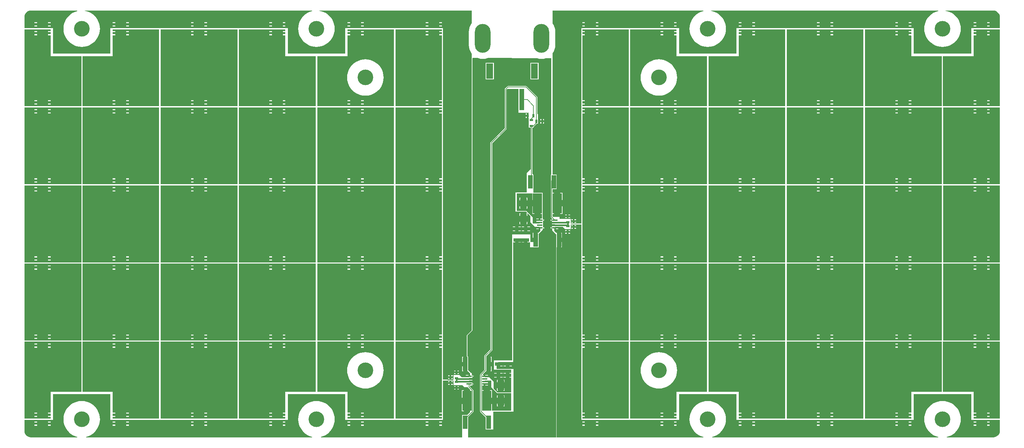
<source format=gtl>
%FSLAX25Y25*%
%MOIN*%
G70*
G01*
G75*
G04 Layer_Physical_Order=1*
G04 Layer_Color=255*
%ADD10R,0.04724X0.13386*%
%ADD11R,0.06693X0.07874*%
%ADD12R,0.05315X0.01772*%
%ADD13R,0.01378X0.02165*%
%ADD14R,0.11024X0.04921*%
%ADD15R,0.09252X0.20079*%
%ADD16R,0.06693X0.09843*%
%ADD17R,0.03543X0.02362*%
%ADD18R,0.07087X0.03543*%
%ADD19R,0.07087X0.15354*%
%ADD20R,0.05118X0.21654*%
%ADD21R,0.02362X0.03543*%
%ADD22C,0.00591*%
%ADD23C,0.01772*%
%ADD24C,0.15748*%
%ADD25O,0.15748X0.29134*%
G36*
X-276378Y-120669D02*
Y-196260D01*
X-353543D01*
Y-121457D01*
Y-118701D01*
X-276378D01*
Y-120669D01*
D02*
G37*
G36*
X117323Y-196260D02*
X70669D01*
Y-194488D01*
X73228D01*
Y-193504D01*
X70669D01*
Y-191339D01*
X73228D01*
Y-190157D01*
X70669D01*
Y-124803D01*
X73228D01*
Y-123622D01*
X70669D01*
Y-121457D01*
X73228D01*
Y-120472D01*
X70669D01*
Y-118701D01*
X117323D01*
Y-196260D01*
D02*
G37*
G36*
X-433268Y-169193D02*
X-464370D01*
Y-190157D01*
X-466929D01*
Y-191339D01*
X-464370D01*
Y-193504D01*
X-466929D01*
Y-194488D01*
X-464370D01*
Y-196260D01*
X-490721D01*
Y-118701D01*
X-433268D01*
Y-169193D01*
D02*
G37*
G36*
X-58957Y-162106D02*
X-58563Y-162500D01*
X-49902D01*
X-47835Y-164567D01*
X-44587D01*
X-42224Y-166929D01*
Y-167716D01*
X-42224D01*
Y-178347D01*
Y-188976D01*
X-42224D01*
Y-189764D01*
X-45177Y-192717D01*
X-50197D01*
Y-200787D01*
Y-207283D01*
Y-215130D01*
X-192361D01*
X-192410Y-214633D01*
X-192102Y-214572D01*
X-189830Y-213800D01*
X-187677Y-212739D01*
X-185682Y-211405D01*
X-183878Y-209823D01*
X-182295Y-208019D01*
X-180962Y-206024D01*
X-179901Y-203871D01*
X-179129Y-201599D01*
X-178661Y-199245D01*
X-178543Y-197441D01*
X-178504Y-196850D01*
X-178661Y-194456D01*
X-179129Y-192102D01*
X-179901Y-189830D01*
X-180962Y-187677D01*
X-182295Y-185682D01*
X-183878Y-183878D01*
X-185682Y-182295D01*
X-187677Y-180962D01*
X-189830Y-179901D01*
X-192102Y-179129D01*
X-194456Y-178661D01*
X-196851Y-178504D01*
X-199245Y-178661D01*
X-201599Y-179129D01*
X-203871Y-179901D01*
X-206024Y-180962D01*
X-208019Y-182295D01*
X-209823Y-183878D01*
X-211406Y-185682D01*
X-212739Y-187677D01*
X-213800Y-189830D01*
X-214572Y-192102D01*
X-215040Y-194456D01*
X-215197Y-196850D01*
X-215158Y-197441D01*
X-215040Y-199245D01*
X-214572Y-201599D01*
X-213800Y-203871D01*
X-212739Y-206024D01*
X-211406Y-208019D01*
X-209823Y-209823D01*
X-208019Y-211405D01*
X-206024Y-212739D01*
X-203871Y-213800D01*
X-201599Y-214572D01*
X-201291Y-214633D01*
X-201340Y-215130D01*
X-428581D01*
X-428630Y-214633D01*
X-428323Y-214572D01*
X-426050Y-213800D01*
X-423898Y-212739D01*
X-421902Y-211405D01*
X-420098Y-209823D01*
X-418516Y-208019D01*
X-417182Y-206024D01*
X-416121Y-203871D01*
X-415350Y-201599D01*
X-414882Y-199245D01*
X-414763Y-197441D01*
X-414725Y-196850D01*
X-414882Y-194456D01*
X-415350Y-192102D01*
X-416121Y-189830D01*
X-417182Y-187677D01*
X-418516Y-185682D01*
X-420098Y-183878D01*
X-421902Y-182295D01*
X-423898Y-180962D01*
X-426050Y-179901D01*
X-428323Y-179129D01*
X-430676Y-178661D01*
X-433071Y-178504D01*
X-435466Y-178661D01*
X-437819Y-179129D01*
X-440092Y-179901D01*
X-442244Y-180962D01*
X-444240Y-182295D01*
X-446044Y-183878D01*
X-447626Y-185682D01*
X-448959Y-187677D01*
X-450021Y-189830D01*
X-450792Y-192102D01*
X-451260Y-194456D01*
X-451417Y-196850D01*
X-451379Y-197441D01*
X-451260Y-199245D01*
X-450792Y-201599D01*
X-450021Y-203871D01*
X-448959Y-206024D01*
X-447626Y-208019D01*
X-446044Y-209823D01*
X-444240Y-211405D01*
X-442244Y-212739D01*
X-440092Y-213800D01*
X-437819Y-214572D01*
X-437511Y-214633D01*
X-437561Y-215130D01*
X-484252D01*
X-484280Y-215136D01*
X-485516Y-215014D01*
X-486731Y-214646D01*
X-487851Y-214047D01*
X-488832Y-213242D01*
X-489638Y-212260D01*
X-490236Y-211140D01*
X-490605Y-209925D01*
X-490727Y-208689D01*
X-490721Y-208661D01*
X-490721D01*
X-490721Y-208661D01*
Y-197441D01*
X-479134D01*
Y-197441D01*
X-465748D01*
Y-197441D01*
X-461909D01*
Y-171653D01*
X-404232D01*
Y-197441D01*
X-400394D01*
Y-197441D01*
X-387008D01*
Y-197441D01*
X-321654D01*
Y-197441D01*
X-308268D01*
Y-197441D01*
X-242913D01*
Y-197441D01*
X-229528D01*
Y-197441D01*
X-225689D01*
Y-171653D01*
X-168012D01*
Y-197441D01*
X-164173D01*
Y-197441D01*
X-150787D01*
Y-197441D01*
X-85433D01*
Y-197441D01*
X-72047D01*
Y-197441D01*
X-69685D01*
Y-157874D01*
X-58957D01*
Y-162106D01*
D02*
G37*
G36*
X490721Y-196260D02*
X479134D01*
Y-196260D01*
X465748D01*
Y-196260D01*
X464370D01*
Y-194488D01*
X466929D01*
Y-193504D01*
X464370D01*
Y-191339D01*
X466929D01*
Y-190157D01*
X464370D01*
Y-169193D01*
X433268D01*
Y-118701D01*
X490721D01*
Y-196260D01*
D02*
G37*
G36*
X353543Y-194291D02*
Y-196260D01*
X276378D01*
Y-193504D01*
Y-118701D01*
X353543D01*
Y-194291D01*
D02*
G37*
G36*
X-433260Y33070D02*
Y-38781D01*
X-465748D01*
Y-38780D01*
X-479134D01*
Y-38781D01*
X-490721D01*
Y38778D01*
X-433260D01*
Y33070D01*
D02*
G37*
G36*
X117323Y-117520D02*
X70669D01*
Y-115748D01*
X73228D01*
Y-114764D01*
X70669D01*
Y-112599D01*
X73228D01*
Y-111417D01*
X70669D01*
Y-46063D01*
X73228D01*
Y-44882D01*
X70669D01*
Y-42717D01*
X73228D01*
Y-41732D01*
X70669D01*
Y-39961D01*
X72047D01*
Y-39961D01*
X85433D01*
Y-39961D01*
X117323D01*
Y-117520D01*
D02*
G37*
G36*
X-70669Y37008D02*
X-73228D01*
Y36024D01*
X-70669D01*
Y33858D01*
X-73228D01*
Y32677D01*
X-70669D01*
Y-32677D01*
X-73228D01*
Y-33858D01*
X-70669D01*
Y-36024D01*
X-73228D01*
Y-37008D01*
X-70669D01*
Y-38780D01*
X-72047D01*
Y-38780D01*
X-85433D01*
Y-38780D01*
X-117323D01*
Y38779D01*
X-70669D01*
Y37008D01*
D02*
G37*
G36*
X274803Y-36811D02*
Y-38780D01*
X197638D01*
Y-36024D01*
Y38780D01*
X274803D01*
Y-36811D01*
D02*
G37*
G36*
X196063D02*
Y-38780D01*
X118898D01*
Y-36024D01*
Y38780D01*
X196063D01*
Y-36811D01*
D02*
G37*
G36*
X274803Y118701D02*
X197638D01*
Y169193D01*
X228150D01*
Y190157D01*
D01*
X228150D01*
X228503Y190157D01*
X228503Y190157D01*
Y190157D01*
X230709D01*
Y191339D01*
X228503D01*
X228503Y191339D01*
Y191339D01*
X228150Y191339D01*
X228150Y191339D01*
Y193504D01*
D01*
X228150D01*
X228503Y193504D01*
X228503Y193504D01*
Y193504D01*
X230709D01*
Y194488D01*
X228503D01*
X228503Y194488D01*
Y194488D01*
X228150Y194488D01*
X228150Y194488D01*
Y196260D01*
X229528D01*
Y196260D01*
X242913D01*
Y196260D01*
X274803D01*
Y118701D01*
D02*
G37*
G36*
X165551Y194488D02*
X162992D01*
Y193504D01*
X165551D01*
Y191339D01*
X162992D01*
Y190157D01*
X165551D01*
Y169193D01*
X196063D01*
Y118701D01*
X118898D01*
Y196260D01*
X150787D01*
Y196260D01*
X164173D01*
Y196260D01*
X165551D01*
Y194488D01*
D02*
G37*
G36*
X432283Y-36811D02*
Y-38780D01*
X355118D01*
Y-36024D01*
Y38780D01*
X432283D01*
Y-36811D01*
D02*
G37*
G36*
X-355118Y36811D02*
Y-38780D01*
X-432283D01*
Y36024D01*
Y38780D01*
X-355118D01*
Y36811D01*
D02*
G37*
G36*
X490721Y-38780D02*
X433760D01*
Y-33071D01*
Y38780D01*
X490721D01*
Y-38780D01*
D02*
G37*
G36*
X-118898Y118701D02*
X-196063D01*
Y169193D01*
X-165551D01*
Y190157D01*
D01*
X-165551D01*
X-165198Y190157D01*
X-165198Y190157D01*
Y190157D01*
X-162992D01*
Y191339D01*
X-165198D01*
X-165198Y191339D01*
Y191339D01*
X-165551Y191339D01*
X-165551Y191339D01*
Y193504D01*
D01*
X-165551D01*
X-165198Y193504D01*
X-165198Y193504D01*
Y193504D01*
X-162992D01*
Y194488D01*
X-165198D01*
X-165198Y194488D01*
Y194488D01*
X-165551Y194488D01*
X-165551Y194488D01*
Y196260D01*
X-164173D01*
Y196260D01*
X-150787D01*
Y196260D01*
X-118898D01*
Y118701D01*
D02*
G37*
G36*
X401772Y194488D02*
D01*
X401772D01*
X401418Y194488D01*
X401418Y194488D01*
Y194488D01*
X399213D01*
Y193504D01*
X401418D01*
X401772Y193150D01*
Y191339D01*
D01*
X401772D01*
X401418Y191339D01*
X401418Y191339D01*
Y191339D01*
X399213D01*
Y190157D01*
X401418D01*
X401772Y189804D01*
Y169193D01*
X432283D01*
Y118701D01*
X400394D01*
Y118701D01*
X387008D01*
Y118701D01*
X355118D01*
Y196260D01*
X401772D01*
Y194488D01*
D02*
G37*
G36*
X353543Y-36811D02*
Y-38780D01*
X276378D01*
Y-36024D01*
Y38780D01*
X353543D01*
Y-36811D01*
D02*
G37*
G36*
X-464370Y194488D02*
X-466929D01*
Y193504D01*
X-464370D01*
Y191339D01*
X-466929D01*
Y190157D01*
X-464370D01*
Y169193D01*
X-433268D01*
Y118701D01*
X-490721D01*
Y196260D01*
X-479134D01*
Y196260D01*
X-465748D01*
Y196260D01*
X-464370D01*
Y194488D01*
D02*
G37*
G36*
X-228150D02*
X-230709D01*
Y193504D01*
X-228150D01*
Y191339D01*
X-230709D01*
Y190157D01*
X-228150D01*
Y169193D01*
X-197638D01*
Y118701D01*
X-274803D01*
Y196260D01*
X-242913D01*
Y196260D01*
X-229528D01*
Y196260D01*
X-228150D01*
Y194488D01*
D02*
G37*
G36*
X-355118Y118701D02*
X-432283D01*
Y169193D01*
X-401772D01*
Y190157D01*
D01*
X-401772D01*
X-401418Y190157D01*
X-401418Y190157D01*
Y190157D01*
X-399213D01*
Y191339D01*
X-401418D01*
X-401418Y191339D01*
Y191339D01*
X-401772Y191339D01*
X-401772Y191339D01*
Y193504D01*
D01*
X-401772D01*
X-401418Y193504D01*
X-401418Y193504D01*
Y193504D01*
X-399213D01*
Y194488D01*
X-401418D01*
X-401418Y194488D01*
Y194488D01*
X-401772Y194488D01*
X-401772Y194488D01*
Y196260D01*
X-400394D01*
Y196260D01*
X-387008D01*
Y196260D01*
X-355118D01*
Y118701D01*
D02*
G37*
G36*
X-70669Y-41732D02*
X-73228D01*
Y-42717D01*
X-70669D01*
Y-44882D01*
X-73228D01*
Y-46063D01*
X-70669D01*
Y-111417D01*
X-73228D01*
Y-112598D01*
X-70669D01*
Y-114764D01*
X-73228D01*
Y-115748D01*
X-70669D01*
Y-117520D01*
X-117323D01*
Y-39961D01*
X-85433D01*
Y-39961D01*
X-72047D01*
Y-39961D01*
X-70669D01*
Y-41732D01*
D02*
G37*
G36*
X-197638Y115551D02*
Y39961D01*
X-274803D01*
Y114764D01*
Y117520D01*
X-197638D01*
Y115551D01*
D02*
G37*
G36*
X-276378D02*
Y39961D01*
X-353543D01*
Y114764D01*
Y117520D01*
X-276378D01*
Y115551D01*
D02*
G37*
G36*
X-118898D02*
Y39961D01*
X-196063D01*
Y114764D01*
Y117520D01*
X-118898D01*
Y115551D01*
D02*
G37*
G36*
X274803Y41929D02*
Y39961D01*
X197638D01*
Y42717D01*
Y117520D01*
X274803D01*
Y41929D01*
D02*
G37*
G36*
X196063D02*
Y39961D01*
X118898D01*
Y42717D01*
Y117520D01*
X196063D01*
Y41929D01*
D02*
G37*
G36*
X-355118Y115551D02*
Y39961D01*
X-432283D01*
Y114764D01*
Y117520D01*
X-355118D01*
Y115551D01*
D02*
G37*
G36*
X117323Y-38779D02*
X70669D01*
Y-37008D01*
X73228D01*
Y-36024D01*
X70669D01*
Y-33858D01*
X73228D01*
Y-32677D01*
X70669D01*
Y32677D01*
X73228D01*
Y33858D01*
X70669D01*
Y36024D01*
X73228D01*
Y37008D01*
X70669D01*
Y38780D01*
X72047D01*
Y38780D01*
X85433D01*
Y38780D01*
X117323D01*
Y-38779D01*
D02*
G37*
G36*
X-484252Y215130D02*
X-437560D01*
X-437511Y214633D01*
X-437819Y214572D01*
X-440092Y213800D01*
X-442244Y212739D01*
X-444239Y211406D01*
X-446044Y209823D01*
X-447626Y208019D01*
X-448959Y206024D01*
X-449289Y205356D01*
X-450021Y203871D01*
X-450792Y201599D01*
X-451260Y199245D01*
X-451417Y196850D01*
X-451260Y194456D01*
X-450792Y192102D01*
X-450021Y189830D01*
X-448959Y187677D01*
X-447626Y185682D01*
X-446044Y183878D01*
X-444239Y182295D01*
X-442244Y180962D01*
X-440092Y179901D01*
X-437819Y179129D01*
X-435465Y178661D01*
X-433071Y178504D01*
X-430676Y178661D01*
X-428323Y179129D01*
X-426050Y179901D01*
X-423898Y180962D01*
X-421902Y182295D01*
X-420098Y183878D01*
X-418516Y185682D01*
X-417182Y187677D01*
X-416121Y189830D01*
X-415350Y192102D01*
X-414882Y194456D01*
X-414724Y196850D01*
X-414882Y199245D01*
X-415300Y201349D01*
X-415350Y201599D01*
X-416121Y203871D01*
X-417182Y206024D01*
X-418516Y208019D01*
X-420098Y209823D01*
X-421902Y211406D01*
X-423898Y212739D01*
X-426050Y213800D01*
X-428323Y214572D01*
X-430676Y215040D01*
X-430673Y215130D01*
X-201340D01*
X-201291Y214633D01*
X-201599Y214572D01*
X-203871Y213800D01*
X-206024Y212739D01*
X-208019Y211406D01*
X-209823Y209823D01*
X-211406Y208019D01*
X-212739Y206024D01*
X-213800Y203871D01*
X-214572Y201599D01*
X-214621Y201349D01*
X-215040Y199245D01*
X-215197Y196850D01*
X-215040Y194456D01*
X-214572Y192102D01*
X-213800Y189830D01*
X-212739Y187677D01*
X-211406Y185682D01*
X-209823Y183878D01*
X-208019Y182295D01*
X-206024Y180962D01*
X-203871Y179901D01*
X-201599Y179129D01*
X-199245Y178661D01*
X-196851Y178504D01*
X-194456Y178661D01*
X-192102Y179129D01*
X-189830Y179901D01*
X-187677Y180962D01*
X-185682Y182295D01*
X-183878Y183878D01*
X-182295Y185682D01*
X-180962Y187677D01*
X-179901Y189830D01*
X-179129Y192102D01*
X-178661Y194456D01*
X-178504Y196850D01*
X-178661Y199245D01*
X-179129Y201599D01*
X-179901Y203871D01*
X-179901Y203871D01*
X-180962Y206024D01*
X-182295Y208019D01*
X-183878Y209823D01*
X-185682Y211406D01*
X-187677Y212739D01*
X-189830Y213800D01*
X-192102Y214572D01*
X-194456Y215040D01*
X-194453Y215130D01*
X-40748D01*
Y202084D01*
X-40870Y201941D01*
X-42019Y200066D01*
X-42861Y198033D01*
X-43003Y197441D01*
X-43375Y195894D01*
X-43547Y193701D01*
Y180315D01*
X-43375Y178122D01*
X-42861Y175983D01*
X-42019Y173950D01*
X-40870Y172074D01*
X-40748Y171932D01*
Y-107283D01*
X-45571Y-112106D01*
Y-134055D01*
X-45079D01*
Y-141337D01*
Y-148622D01*
X-44291D01*
X-42323Y-150591D01*
Y-152165D01*
Y-153643D01*
X-43207D01*
Y-154527D01*
X-46457D01*
Y-154528D01*
X-50591D01*
X-52854Y-152264D01*
X-58957D01*
Y-156890D01*
X-59350D01*
Y-157185D01*
X-65059D01*
Y-156890D01*
X-69685D01*
Y197441D01*
X-168012D01*
Y171654D01*
X-225689D01*
Y197441D01*
X-404232D01*
Y171654D01*
X-461909D01*
Y197441D01*
X-490721D01*
Y208661D01*
X-490721Y208661D01*
X-490721D01*
X-490727Y208689D01*
X-490605Y209925D01*
X-490236Y211140D01*
X-489638Y212260D01*
X-488832Y213242D01*
X-487851Y214047D01*
X-486731Y214646D01*
X-485516Y215014D01*
X-484280Y215136D01*
X-484252Y215130D01*
D02*
G37*
G36*
X-433260Y111810D02*
Y39960D01*
X-465748D01*
Y39961D01*
X-479134D01*
Y39960D01*
X-490721D01*
Y117519D01*
X-433260D01*
Y111810D01*
D02*
G37*
G36*
X-70669Y115748D02*
X-73228D01*
Y114764D01*
X-70669D01*
Y112598D01*
X-73228D01*
Y111417D01*
X-70669D01*
Y46063D01*
X-73228D01*
Y44882D01*
X-70669D01*
Y42717D01*
X-73228D01*
Y41732D01*
X-70669D01*
Y39961D01*
X-72047D01*
Y39961D01*
X-85433D01*
Y39961D01*
X-117323D01*
Y117520D01*
X-70669D01*
Y115748D01*
D02*
G37*
G36*
X117323Y39961D02*
X85433D01*
Y39961D01*
X72047D01*
Y39961D01*
X70669D01*
Y41732D01*
X73228D01*
Y42717D01*
X70669D01*
Y44882D01*
X73228D01*
Y46063D01*
X70669D01*
Y111417D01*
X73228D01*
Y112598D01*
X70669D01*
Y114764D01*
X73228D01*
Y115748D01*
X70669D01*
Y117520D01*
X117323D01*
Y39961D01*
D02*
G37*
G36*
X485516Y215014D02*
X486731Y214646D01*
X487851Y214047D01*
X488832Y213242D01*
X489638Y212260D01*
X490236Y211140D01*
X490605Y209925D01*
X490727Y208689D01*
X490721Y208661D01*
Y197441D01*
X461909D01*
Y171653D01*
X404232D01*
Y197441D01*
X225689D01*
Y171654D01*
X168012D01*
Y197441D01*
X69685D01*
Y295D01*
X58957D01*
Y5020D01*
X47835D01*
Y7087D01*
X41238D01*
X40765Y7559D01*
Y10236D01*
X42224D01*
Y20865D01*
Y31496D01*
X40765D01*
Y35236D01*
X44882D01*
Y49803D01*
X40748D01*
Y171932D01*
X40870Y172074D01*
X42019Y173950D01*
X42861Y175983D01*
X43374Y178122D01*
X43547Y180315D01*
Y193701D01*
X43374Y195894D01*
X43003Y197441D01*
X42861Y198033D01*
X42019Y200066D01*
X40870Y201941D01*
X40748Y202084D01*
Y209154D01*
Y215130D01*
X192361D01*
X192410Y214633D01*
X192102Y214572D01*
X189830Y213800D01*
X187677Y212739D01*
X185682Y211406D01*
X183878Y209823D01*
X182295Y208019D01*
X180962Y206024D01*
X179901Y203871D01*
X179129Y201599D01*
X179079Y201349D01*
X178661Y199245D01*
X178504Y196850D01*
X178661Y194456D01*
X179129Y192102D01*
X179901Y189830D01*
X180962Y187677D01*
X182295Y185682D01*
X183878Y183878D01*
X185682Y182295D01*
X187677Y180962D01*
X189830Y179901D01*
X192102Y179129D01*
X194456Y178661D01*
X196850Y178504D01*
X199245Y178661D01*
X201599Y179129D01*
X203871Y179901D01*
X206024Y180962D01*
X208019Y182295D01*
X209823Y183878D01*
X211405Y185682D01*
X212739Y187677D01*
X213800Y189830D01*
X214572Y192102D01*
X215040Y194456D01*
X215197Y196850D01*
X215040Y199245D01*
X214572Y201599D01*
X213800Y203871D01*
X213800Y203871D01*
X212739Y206024D01*
X211405Y208019D01*
X209823Y209823D01*
X208019Y211406D01*
X206024Y212739D01*
X203871Y213800D01*
X201599Y214572D01*
X199245Y215040D01*
X199248Y215130D01*
X428581D01*
X428630Y214633D01*
X428322Y214572D01*
X426050Y213800D01*
X423898Y212739D01*
X421902Y211406D01*
X420098Y209823D01*
X418516Y208019D01*
X417182Y206024D01*
X416121Y203871D01*
X415350Y201599D01*
X415300Y201349D01*
D01*
X414881Y199245D01*
X414724Y196850D01*
X414881Y194456D01*
X415350Y192102D01*
X416121Y189830D01*
X417182Y187677D01*
X418516Y185682D01*
X420098Y183878D01*
X421902Y182295D01*
X423898Y180962D01*
X426050Y179901D01*
X428322Y179129D01*
X430676Y178661D01*
X433071Y178504D01*
X435465Y178661D01*
X437819Y179129D01*
X440092Y179901D01*
X442244Y180962D01*
X444239Y182295D01*
X446044Y183878D01*
X447626Y185682D01*
X448959Y187677D01*
X450021Y189830D01*
X450792Y192102D01*
X451260Y194456D01*
X451417Y196850D01*
X451260Y199245D01*
X450792Y201599D01*
X450021Y203871D01*
X449289Y205356D01*
X448959Y206024D01*
X447626Y208019D01*
X446044Y209823D01*
X444239Y211406D01*
X442244Y212739D01*
X440092Y213800D01*
X437819Y214572D01*
X435465Y215040D01*
X435468Y215130D01*
X484252D01*
X484280Y215136D01*
X485516Y215014D01*
D02*
G37*
G36*
X-276378Y194291D02*
Y118701D01*
X-353543D01*
Y193504D01*
Y196260D01*
X-276378D01*
Y194291D01*
D02*
G37*
G36*
X490721Y118701D02*
X479134D01*
Y118701D01*
X465748D01*
Y118701D01*
X433268D01*
Y169193D01*
X464370D01*
Y190157D01*
X466929D01*
Y191339D01*
X464370D01*
Y193504D01*
X466929D01*
Y194488D01*
X464370D01*
Y196260D01*
X490721D01*
Y118701D01*
D02*
G37*
G36*
X-355118Y-196260D02*
X-401772D01*
Y-194488D01*
D01*
X-401772D01*
X-401418Y-194488D01*
X-401418Y-194488D01*
Y-194488D01*
X-399213D01*
Y-193504D01*
X-401418D01*
X-401418Y-193504D01*
Y-193504D01*
X-401772Y-193504D01*
X-401772Y-193504D01*
Y-191339D01*
D01*
X-401772D01*
X-401418Y-191339D01*
X-401418Y-191339D01*
Y-191339D01*
X-399213D01*
Y-190157D01*
X-401418D01*
X-401418Y-190157D01*
Y-190157D01*
X-401772Y-190157D01*
X-401772Y-190157D01*
Y-169193D01*
X-432283D01*
Y-118701D01*
X-355118D01*
Y-196260D01*
D02*
G37*
G36*
X117323Y118701D02*
X85433D01*
Y118701D01*
X72047D01*
Y118701D01*
X70669D01*
Y120472D01*
X73228D01*
Y121457D01*
X70669D01*
Y123622D01*
X73228D01*
Y124803D01*
X70669D01*
Y190157D01*
X73228D01*
Y191339D01*
X70669D01*
Y193504D01*
X73228D01*
Y194488D01*
X70669D01*
Y196260D01*
X117323D01*
Y118701D01*
D02*
G37*
G36*
X-70669Y194488D02*
X-73228D01*
Y193504D01*
X-70669D01*
Y191339D01*
X-73228D01*
Y190157D01*
X-70669D01*
Y124803D01*
X-73228D01*
Y123622D01*
X-70669D01*
Y121457D01*
X-73228D01*
Y120472D01*
X-70669D01*
Y118701D01*
X-117323D01*
Y196260D01*
X-70669D01*
Y194488D01*
D02*
G37*
G36*
X432283Y41929D02*
Y39961D01*
X355118D01*
Y42717D01*
Y117520D01*
X432283D01*
Y41929D01*
D02*
G37*
G36*
X353543D02*
Y39961D01*
X276378D01*
Y42717D01*
Y117520D01*
X353543D01*
Y41929D01*
D02*
G37*
G36*
X432283Y-169193D02*
X401772D01*
Y-190157D01*
D01*
X401772D01*
X401418Y-190157D01*
X401418Y-190157D01*
Y-190157D01*
X399213D01*
Y-191339D01*
X401418D01*
X401772Y-191692D01*
Y-193504D01*
D01*
X401772D01*
X401418Y-193504D01*
X401418Y-193504D01*
Y-193504D01*
X399213D01*
Y-194488D01*
X401418D01*
X401772Y-194842D01*
Y-196260D01*
X400394D01*
Y-196260D01*
X387008D01*
Y-196260D01*
X355118D01*
Y-118701D01*
X432283D01*
Y-169193D01*
D02*
G37*
G36*
X353543Y120669D02*
Y118701D01*
X276378D01*
Y121457D01*
Y196260D01*
X353543D01*
Y120669D01*
D02*
G37*
G36*
X490721Y39961D02*
X433760D01*
Y45669D01*
Y117520D01*
X490721D01*
Y39961D01*
D02*
G37*
G36*
X-197638Y-41929D02*
Y-117520D01*
X-274803D01*
Y-42717D01*
Y-39961D01*
X-197638D01*
Y-41929D01*
D02*
G37*
G36*
X-276378D02*
Y-117520D01*
X-353543D01*
Y-42717D01*
Y-39961D01*
X-276378D01*
Y-41929D01*
D02*
G37*
G36*
X-355118D02*
Y-117520D01*
X-432283D01*
Y-42717D01*
Y-39961D01*
X-355118D01*
Y-41929D01*
D02*
G37*
G36*
X274803Y-115551D02*
Y-117520D01*
X197638D01*
Y-114764D01*
Y-39961D01*
X274803D01*
Y-115551D01*
D02*
G37*
G36*
X196063D02*
Y-117520D01*
X118898D01*
Y-114764D01*
Y-39961D01*
X196063D01*
Y-115551D01*
D02*
G37*
G36*
X-118898Y-41929D02*
Y-117520D01*
X-196063D01*
Y-42717D01*
Y-39961D01*
X-118898D01*
Y-41929D01*
D02*
G37*
G36*
X-433260Y-45670D02*
Y-117521D01*
X-465748D01*
Y-117520D01*
X-479134D01*
Y-117521D01*
X-490721D01*
Y-39962D01*
X-433260D01*
Y-45670D01*
D02*
G37*
G36*
X-118898Y-196260D02*
X-165551D01*
Y-194488D01*
D01*
X-165551D01*
X-165198Y-194488D01*
X-165198Y-194488D01*
Y-194488D01*
X-162992D01*
Y-193504D01*
X-165198D01*
X-165198Y-193504D01*
Y-193504D01*
X-165551Y-193504D01*
X-165551Y-193504D01*
Y-191339D01*
D01*
X-165551D01*
X-165198Y-191339D01*
X-165198Y-191339D01*
Y-191339D01*
X-162992D01*
Y-190157D01*
X-165198D01*
X-165198Y-190157D01*
Y-190157D01*
X-165551Y-190157D01*
X-165551Y-190157D01*
Y-169193D01*
X-196063D01*
Y-118701D01*
X-164173D01*
Y-118701D01*
X-150787D01*
Y-118701D01*
X-118898D01*
Y-196260D01*
D02*
G37*
G36*
X-197638Y-169193D02*
X-228150D01*
Y-190157D01*
X-230709D01*
Y-191339D01*
X-228150D01*
Y-193504D01*
X-230709D01*
Y-194488D01*
X-228150D01*
Y-196260D01*
X-274803D01*
Y-118701D01*
X-242913D01*
Y-118701D01*
X-229528D01*
Y-118701D01*
X-197638D01*
Y-169193D01*
D02*
G37*
G36*
X69685Y-197441D02*
X168012D01*
Y-171653D01*
X225689D01*
Y-197441D01*
X404232D01*
Y-171654D01*
X461909D01*
Y-197441D01*
X490721D01*
Y-208661D01*
X490727Y-208689D01*
X490605Y-209925D01*
X490236Y-211140D01*
X489638Y-212260D01*
X488832Y-213242D01*
X487851Y-214047D01*
X486731Y-214646D01*
X485516Y-215014D01*
X484280Y-215136D01*
X484252Y-215130D01*
X437561D01*
X437511Y-214633D01*
X437819Y-214572D01*
X440092Y-213800D01*
X442244Y-212739D01*
X444239Y-211405D01*
X446044Y-209823D01*
X447626Y-208019D01*
X448959Y-206024D01*
X450021Y-203871D01*
X450792Y-201599D01*
X451260Y-199245D01*
X451378Y-197441D01*
X451417Y-196850D01*
X451260Y-194456D01*
X450792Y-192102D01*
X450021Y-189830D01*
X448959Y-187677D01*
X447626Y-185682D01*
X446044Y-183878D01*
X444239Y-182295D01*
X442244Y-180962D01*
X440092Y-179901D01*
X437819Y-179129D01*
X435465Y-178661D01*
X433071Y-178504D01*
X430676Y-178661D01*
X428322Y-179129D01*
X426050Y-179901D01*
X423898Y-180962D01*
X421902Y-182295D01*
X420098Y-183878D01*
X418516Y-185682D01*
X417182Y-187677D01*
X416121Y-189830D01*
X415350Y-192102D01*
X414881Y-194456D01*
X414724Y-196850D01*
X414763Y-197441D01*
X414881Y-199245D01*
X415350Y-201599D01*
X416121Y-203871D01*
X417182Y-206024D01*
X418516Y-208019D01*
X420098Y-209823D01*
X421902Y-211405D01*
X423898Y-212739D01*
X426050Y-213800D01*
X428322Y-214572D01*
X428630Y-214633D01*
X428581Y-215130D01*
X201340D01*
X201291Y-214633D01*
X201599Y-214572D01*
X203871Y-213800D01*
X206024Y-212739D01*
X208019Y-211405D01*
X209823Y-209823D01*
X211405Y-208019D01*
X212739Y-206024D01*
X213800Y-203871D01*
X214572Y-201599D01*
X215040Y-199245D01*
X215158Y-197441D01*
X215197Y-196850D01*
X215040Y-194456D01*
X214572Y-192102D01*
X213800Y-189830D01*
X212739Y-187677D01*
X211405Y-185682D01*
X209823Y-183878D01*
X208019Y-182295D01*
X206024Y-180962D01*
X203871Y-179901D01*
X201599Y-179129D01*
X199245Y-178661D01*
X196850Y-178504D01*
X194456Y-178661D01*
X192102Y-179129D01*
X189830Y-179901D01*
X187677Y-180962D01*
X185682Y-182295D01*
X183878Y-183878D01*
X182295Y-185682D01*
X180962Y-187677D01*
X179901Y-189830D01*
X179129Y-192102D01*
X178661Y-194456D01*
X178504Y-196850D01*
X178543Y-197441D01*
X178661Y-199245D01*
X179129Y-201599D01*
X179901Y-203871D01*
X180962Y-206024D01*
X182295Y-208019D01*
X183878Y-209823D01*
X185682Y-211405D01*
X187677Y-212739D01*
X189830Y-213800D01*
X192102Y-214572D01*
X192410Y-214633D01*
X192361Y-215130D01*
X44882D01*
Y-197441D01*
Y-23425D01*
X45079D01*
Y-16143D01*
Y-8858D01*
X44291D01*
X42323Y-6890D01*
Y-5315D01*
X42323D01*
Y-3838D01*
X43208D01*
Y-2953D01*
X46457D01*
Y-2953D01*
X50591D01*
X50591Y-2953D01*
X50984D01*
X53248Y-5217D01*
X58957D01*
Y-591D01*
X69685D01*
Y-197441D01*
D02*
G37*
G36*
X274803Y-196260D02*
X228150D01*
Y-194488D01*
D01*
X228150D01*
X228503Y-194488D01*
X228503Y-194488D01*
Y-194488D01*
X230709D01*
Y-193504D01*
X228503D01*
X228503Y-193504D01*
Y-193504D01*
X228150Y-193504D01*
X228150Y-193504D01*
Y-191339D01*
D01*
X228150D01*
X228503Y-191339D01*
X228503Y-191339D01*
Y-191339D01*
X230709D01*
Y-190157D01*
X228503D01*
X228503Y-190157D01*
Y-190157D01*
X228150Y-190157D01*
X228150Y-190157D01*
Y-169193D01*
X197638D01*
Y-118701D01*
X229528D01*
Y-118701D01*
X242913D01*
Y-118701D01*
X274803D01*
Y-196260D01*
D02*
G37*
G36*
X196063Y-169193D02*
X165551D01*
Y-190157D01*
X162992D01*
Y-191339D01*
X165551D01*
Y-193504D01*
X162992D01*
Y-194488D01*
X165551D01*
Y-196260D01*
X118898D01*
Y-118701D01*
X150787D01*
Y-118701D01*
X164173D01*
Y-118701D01*
X196063D01*
Y-169193D01*
D02*
G37*
G36*
X-70669Y-120472D02*
X-73228D01*
Y-121457D01*
X-70669D01*
Y-123622D01*
X-73228D01*
Y-124803D01*
X-70669D01*
Y-190157D01*
X-73228D01*
Y-191339D01*
X-70669D01*
Y-193504D01*
X-73228D01*
Y-194488D01*
X-70669D01*
Y-196260D01*
X-117323D01*
Y-118701D01*
X-85433D01*
Y-118701D01*
X-72047D01*
Y-118701D01*
X-70669D01*
Y-120472D01*
D02*
G37*
G36*
X353543Y-115551D02*
Y-117520D01*
X276378D01*
Y-114764D01*
Y-39961D01*
X353543D01*
Y-115551D01*
D02*
G37*
G36*
X-276378Y36811D02*
Y-38780D01*
X-353543D01*
Y36024D01*
Y38780D01*
X-276378D01*
Y36811D01*
D02*
G37*
G36*
X-197638D02*
Y-38780D01*
X-274803D01*
Y36024D01*
Y38780D01*
X-197638D01*
Y36811D01*
D02*
G37*
G36*
X-118898D02*
Y-38780D01*
X-196063D01*
Y36024D01*
Y38780D01*
X-118898D01*
Y36811D01*
D02*
G37*
G36*
X-34668Y167316D02*
X-33860Y166981D01*
X-31721Y166468D01*
X-29528Y166295D01*
X-27334Y166468D01*
X-25195Y166981D01*
X-24418Y167304D01*
X24564Y167243D01*
X25195Y166981D01*
X27334Y166468D01*
X29528Y166295D01*
X31721Y166468D01*
X33860Y166981D01*
X34461Y167230D01*
X39370Y167224D01*
Y49803D01*
X38976D01*
Y43986D01*
X38959Y43898D01*
Y7185D01*
X39028Y6839D01*
X39223Y6546D01*
X39961Y5809D01*
Y5217D01*
X39961D01*
Y2362D01*
Y2165D01*
X43210D01*
Y394D01*
X39961D01*
Y-197D01*
Y-394D01*
X43210D01*
Y-2165D01*
X39961D01*
Y-2756D01*
Y-5315D01*
X40551D01*
Y-6693D01*
X44291Y-10433D01*
Y-23308D01*
X44243Y-23425D01*
Y-146358D01*
Y-215130D01*
X-44291D01*
Y-194781D01*
X-39223Y-189713D01*
X-39223Y-189713D01*
X-39028Y-189420D01*
X-39016Y-189363D01*
X-38959Y-189075D01*
X-38959Y-189075D01*
Y-167940D01*
X-39028Y-167594D01*
X-39223Y-167301D01*
X-42305Y-164219D01*
Y-162795D01*
X-39960D01*
Y-162795D01*
Y-160236D01*
Y-159645D01*
X-43209D01*
Y-157874D01*
X-39960D01*
Y-157677D01*
Y-157087D01*
X-43209D01*
Y-155315D01*
X-39960D01*
Y-155118D01*
Y-152165D01*
X-40551D01*
Y-150394D01*
X-41339D01*
X-44291Y-147441D01*
Y-134055D01*
X-44291D01*
Y-133465D01*
X-44882D01*
Y-112402D01*
X-39862Y-107382D01*
Y137066D01*
Y166969D01*
X-39508Y167322D01*
X-34668Y167316D01*
D02*
G37*
G36*
X490721Y-117520D02*
X433760D01*
Y-111811D01*
Y-39961D01*
X490721D01*
Y-117520D01*
D02*
G37*
G36*
X432283Y-115551D02*
Y-117520D01*
X355118D01*
Y-114764D01*
Y-39961D01*
X432283D01*
Y-115551D01*
D02*
G37*
%LPC*%
G36*
X-162992Y-111417D02*
X-165551D01*
Y-112598D01*
X-162992D01*
Y-111417D01*
D02*
G37*
G36*
X244291Y-44882D02*
X241732D01*
Y-46063D01*
X244291D01*
Y-44882D01*
D02*
G37*
G36*
X-228150Y-111417D02*
X-230709D01*
Y-112598D01*
X-228150D01*
Y-111417D01*
D02*
G37*
G36*
X401772Y-114764D02*
X399213D01*
Y-115748D01*
X401772D01*
Y-114764D01*
D02*
G37*
G36*
X388189D02*
X385630D01*
Y-115748D01*
X388189D01*
Y-114764D01*
D02*
G37*
G36*
X244291D02*
X241732D01*
Y-115748D01*
X244291D01*
Y-114764D01*
D02*
G37*
G36*
X151969Y-44882D02*
X149409D01*
Y-46063D01*
X151969D01*
Y-44882D01*
D02*
G37*
G36*
X323031Y-114764D02*
X320472D01*
Y-115748D01*
X323031D01*
Y-114764D01*
D02*
G37*
G36*
X309449D02*
X306890D01*
Y-115748D01*
X309449D01*
Y-114764D01*
D02*
G37*
G36*
X165551Y-44882D02*
X162992D01*
Y-46063D01*
X165551D01*
Y-44882D01*
D02*
G37*
G36*
X-84252Y-111417D02*
X-86811D01*
Y-112598D01*
X-84252D01*
Y-111417D01*
D02*
G37*
G36*
X-149409D02*
X-151969D01*
Y-112598D01*
X-149409D01*
Y-111417D01*
D02*
G37*
G36*
X230709Y-44882D02*
X228150D01*
Y-46063D01*
X230709D01*
Y-44882D01*
D02*
G37*
G36*
X86811D02*
X84252D01*
Y-46063D01*
X86811D01*
Y-44882D01*
D02*
G37*
G36*
X-241732Y-111417D02*
X-244291D01*
Y-112598D01*
X-241732D01*
Y-111417D01*
D02*
G37*
G36*
X-228150Y-114764D02*
X-230709D01*
Y-115748D01*
X-228150D01*
Y-114764D01*
D02*
G37*
G36*
X-162992D02*
X-165551D01*
Y-115748D01*
X-162992D01*
Y-114764D01*
D02*
G37*
G36*
X-149409D02*
X-151969D01*
Y-115748D01*
X-149409D01*
Y-114764D01*
D02*
G37*
G36*
X-241732D02*
X-244291D01*
Y-115748D01*
X-241732D01*
Y-114764D01*
D02*
G37*
G36*
X-385630D02*
X-388189D01*
Y-115748D01*
X-385630D01*
Y-114764D01*
D02*
G37*
G36*
X-320472D02*
X-323031D01*
Y-115748D01*
X-320472D01*
Y-114764D01*
D02*
G37*
G36*
X-306890D02*
X-309449D01*
Y-115748D01*
X-306890D01*
Y-114764D01*
D02*
G37*
G36*
X-84252D02*
X-86811D01*
Y-115748D01*
X-84252D01*
Y-114764D01*
D02*
G37*
G36*
X244291Y-111417D02*
X241732D01*
Y-112599D01*
X244291D01*
Y-111417D01*
D02*
G37*
G36*
X309449D02*
X306890D01*
Y-112599D01*
X309449D01*
Y-111417D01*
D02*
G37*
G36*
X323031D02*
X320472D01*
Y-112599D01*
X323031D01*
Y-111417D01*
D02*
G37*
G36*
X230709D02*
X228150D01*
Y-112599D01*
X230709D01*
Y-111417D01*
D02*
G37*
G36*
X86811D02*
X84252D01*
Y-112599D01*
X86811D01*
Y-111417D01*
D02*
G37*
G36*
X151969D02*
X149409D01*
Y-112599D01*
X151969D01*
Y-111417D01*
D02*
G37*
G36*
X165551D02*
X162992D01*
Y-112599D01*
X165551D01*
Y-111417D01*
D02*
G37*
G36*
X-464370Y-111417D02*
X-466929D01*
Y-112598D01*
X-464370D01*
Y-111417D01*
D02*
G37*
G36*
X-477953D02*
X-480512D01*
Y-112598D01*
X-477953D01*
Y-111417D01*
D02*
G37*
G36*
X480512Y-111417D02*
X477953D01*
Y-112599D01*
X480512D01*
Y-111417D01*
D02*
G37*
G36*
X-399213Y-111417D02*
X-401772D01*
Y-112598D01*
X-399213D01*
Y-111417D01*
D02*
G37*
G36*
X-306890D02*
X-309449D01*
Y-112598D01*
X-306890D01*
Y-111417D01*
D02*
G37*
G36*
X-320472D02*
X-323031D01*
Y-112598D01*
X-320472D01*
Y-111417D01*
D02*
G37*
G36*
X-385630D02*
X-388189D01*
Y-112598D01*
X-385630D01*
Y-111417D01*
D02*
G37*
G36*
X466929Y-111417D02*
X464370D01*
Y-112599D01*
X466929D01*
Y-111417D01*
D02*
G37*
G36*
X-477953Y-114764D02*
X-480512D01*
Y-115748D01*
X-477953D01*
Y-114764D01*
D02*
G37*
G36*
X-464370D02*
X-466929D01*
Y-115748D01*
X-464370D01*
Y-114764D01*
D02*
G37*
G36*
X-399213D02*
X-401772D01*
Y-115748D01*
X-399213D01*
Y-114764D01*
D02*
G37*
G36*
X480512Y-114764D02*
X477953D01*
Y-115748D01*
X480512D01*
Y-114764D01*
D02*
G37*
G36*
X401772Y-111417D02*
X399213D01*
Y-112599D01*
X401772D01*
Y-111417D01*
D02*
G37*
G36*
X388189D02*
X385630D01*
Y-112599D01*
X388189D01*
Y-111417D01*
D02*
G37*
G36*
X466929Y-114764D02*
X464370D01*
Y-115748D01*
X466929D01*
Y-114764D01*
D02*
G37*
G36*
X309449Y-44882D02*
X306890D01*
Y-46063D01*
X309449D01*
Y-44882D01*
D02*
G37*
G36*
X-399213Y-36024D02*
X-401772D01*
Y-37008D01*
X-399213D01*
Y-36024D01*
D02*
G37*
G36*
X-385630D02*
X-388189D01*
Y-37008D01*
X-385630D01*
Y-36024D01*
D02*
G37*
G36*
X-477953D02*
X-480512D01*
Y-37008D01*
X-477953D01*
Y-36024D01*
D02*
G37*
G36*
X-464370D02*
X-466929D01*
Y-37008D01*
X-464370D01*
Y-36024D01*
D02*
G37*
G36*
X-320472D02*
X-323031D01*
Y-37008D01*
X-320472D01*
Y-36024D01*
D02*
G37*
G36*
X-228150D02*
X-230709D01*
Y-37008D01*
X-228150D01*
Y-36024D01*
D02*
G37*
G36*
X-162992D02*
X-165551D01*
Y-37008D01*
X-162992D01*
Y-36024D01*
D02*
G37*
G36*
X-306890D02*
X-309449D01*
Y-37008D01*
X-306890D01*
Y-36024D01*
D02*
G37*
G36*
X-241732D02*
X-244291D01*
Y-37008D01*
X-241732D01*
Y-36024D01*
D02*
G37*
G36*
X480512Y-36024D02*
X477953D01*
Y-37008D01*
X480512D01*
Y-36024D01*
D02*
G37*
G36*
X230709D02*
X228150D01*
Y-37008D01*
X230709D01*
Y-36024D01*
D02*
G37*
G36*
X244291D02*
X241732D01*
Y-37008D01*
X244291D01*
Y-36024D01*
D02*
G37*
G36*
X151969D02*
X149409D01*
Y-37008D01*
X151969D01*
Y-36024D01*
D02*
G37*
G36*
X165551D02*
X162992D01*
Y-37008D01*
X165551D01*
Y-36024D01*
D02*
G37*
G36*
X309449D02*
X306890D01*
Y-37008D01*
X309449D01*
Y-36024D01*
D02*
G37*
G36*
X401772D02*
X399213D01*
Y-37008D01*
X401772D01*
Y-36024D01*
D02*
G37*
G36*
X466929D02*
X464370D01*
Y-37008D01*
X466929D01*
Y-36024D01*
D02*
G37*
G36*
X323031D02*
X320472D01*
Y-37008D01*
X323031D01*
Y-36024D01*
D02*
G37*
G36*
X388189D02*
X385630D01*
Y-37008D01*
X388189D01*
Y-36024D01*
D02*
G37*
G36*
X-149409Y-36024D02*
X-151969D01*
Y-37008D01*
X-149409D01*
Y-36024D01*
D02*
G37*
G36*
X-477953Y-32677D02*
X-480512D01*
Y-33858D01*
X-477953D01*
Y-32677D01*
D02*
G37*
G36*
X-464370D02*
X-466929D01*
Y-33858D01*
X-464370D01*
Y-32677D01*
D02*
G37*
G36*
X466929Y-32677D02*
X464370D01*
Y-33858D01*
X466929D01*
Y-32677D01*
D02*
G37*
G36*
X480512D02*
X477953D01*
Y-33858D01*
X480512D01*
Y-32677D01*
D02*
G37*
G36*
X-399213Y-32677D02*
X-401772D01*
Y-33858D01*
X-399213D01*
Y-32677D01*
D02*
G37*
G36*
X-306890D02*
X-309449D01*
Y-33858D01*
X-306890D01*
Y-32677D01*
D02*
G37*
G36*
X-241732D02*
X-244291D01*
Y-33858D01*
X-241732D01*
Y-32677D01*
D02*
G37*
G36*
X-385630D02*
X-388189D01*
Y-33858D01*
X-385630D01*
Y-32677D01*
D02*
G37*
G36*
X-320472D02*
X-323031D01*
Y-33858D01*
X-320472D01*
Y-32677D01*
D02*
G37*
G36*
X401772Y-32677D02*
X399213D01*
Y-33858D01*
X401772D01*
Y-32677D01*
D02*
G37*
G36*
X151969D02*
X149409D01*
Y-33858D01*
X151969D01*
Y-32677D01*
D02*
G37*
G36*
X165551D02*
X162992D01*
Y-33858D01*
X165551D01*
Y-32677D01*
D02*
G37*
G36*
X-84252Y-36024D02*
X-86811D01*
Y-37008D01*
X-84252D01*
Y-36024D01*
D02*
G37*
G36*
X86811Y-32677D02*
X84252D01*
Y-33858D01*
X86811D01*
Y-32677D01*
D02*
G37*
G36*
X230709D02*
X228150D01*
Y-33858D01*
X230709D01*
Y-32677D01*
D02*
G37*
G36*
X323031D02*
X320472D01*
Y-33858D01*
X323031D01*
Y-32677D01*
D02*
G37*
G36*
X388189D02*
X385630D01*
Y-33858D01*
X388189D01*
Y-32677D01*
D02*
G37*
G36*
X244291D02*
X241732D01*
Y-33858D01*
X244291D01*
Y-32677D01*
D02*
G37*
G36*
X309449D02*
X306890D01*
Y-33858D01*
X309449D01*
Y-32677D01*
D02*
G37*
G36*
X-228150Y-44882D02*
X-230709D01*
Y-46063D01*
X-228150D01*
Y-44882D01*
D02*
G37*
G36*
X-162992D02*
X-165551D01*
Y-46063D01*
X-162992D01*
Y-44882D01*
D02*
G37*
G36*
X-306890D02*
X-309449D01*
Y-46063D01*
X-306890D01*
Y-44882D01*
D02*
G37*
G36*
X-241732D02*
X-244291D01*
Y-46063D01*
X-241732D01*
Y-44882D01*
D02*
G37*
G36*
X-149409D02*
X-151969D01*
Y-46063D01*
X-149409D01*
Y-44882D01*
D02*
G37*
G36*
X151969Y-41732D02*
X149409D01*
Y-42717D01*
X151969D01*
Y-41732D01*
D02*
G37*
G36*
X165551D02*
X162992D01*
Y-42717D01*
X165551D01*
Y-41732D01*
D02*
G37*
G36*
X-84252Y-44882D02*
X-86811D01*
Y-46063D01*
X-84252D01*
Y-44882D01*
D02*
G37*
G36*
X86811Y-41732D02*
X84252D01*
Y-42717D01*
X86811D01*
Y-41732D01*
D02*
G37*
G36*
X-320472Y-44882D02*
X-323031D01*
Y-46063D01*
X-320472D01*
Y-44882D01*
D02*
G37*
G36*
X401772Y-44882D02*
X399213D01*
Y-46063D01*
X401772D01*
Y-44882D01*
D02*
G37*
G36*
X466929D02*
X464370D01*
Y-46063D01*
X466929D01*
Y-44882D01*
D02*
G37*
G36*
X323031D02*
X320472D01*
Y-46063D01*
X323031D01*
Y-44882D01*
D02*
G37*
G36*
X388189D02*
X385630D01*
Y-46063D01*
X388189D01*
Y-44882D01*
D02*
G37*
G36*
X480512D02*
X477953D01*
Y-46063D01*
X480512D01*
Y-44882D01*
D02*
G37*
G36*
X-399213Y-44882D02*
X-401772D01*
Y-46063D01*
X-399213D01*
Y-44882D01*
D02*
G37*
G36*
X-385630D02*
X-388189D01*
Y-46063D01*
X-385630D01*
Y-44882D01*
D02*
G37*
G36*
X-477953D02*
X-480512D01*
Y-46063D01*
X-477953D01*
Y-44882D01*
D02*
G37*
G36*
X-464370D02*
X-466929D01*
Y-46063D01*
X-464370D01*
Y-44882D01*
D02*
G37*
G36*
X230709Y-41732D02*
X228150D01*
Y-42717D01*
X230709D01*
Y-41732D01*
D02*
G37*
G36*
X-306890Y-41732D02*
X-309449D01*
Y-42717D01*
X-306890D01*
Y-41732D01*
D02*
G37*
G36*
X-241732D02*
X-244291D01*
Y-42717D01*
X-241732D01*
Y-41732D01*
D02*
G37*
G36*
X-385630D02*
X-388189D01*
Y-42717D01*
X-385630D01*
Y-41732D01*
D02*
G37*
G36*
X-320472D02*
X-323031D01*
Y-42717D01*
X-320472D01*
Y-41732D01*
D02*
G37*
G36*
X-228150D02*
X-230709D01*
Y-42717D01*
X-228150D01*
Y-41732D01*
D02*
G37*
G36*
X-84252D02*
X-86811D01*
Y-42717D01*
X-84252D01*
Y-41732D01*
D02*
G37*
G36*
X86811Y-36024D02*
X84252D01*
Y-37008D01*
X86811D01*
Y-36024D01*
D02*
G37*
G36*
X-162992Y-41732D02*
X-165551D01*
Y-42717D01*
X-162992D01*
Y-41732D01*
D02*
G37*
G36*
X-149409D02*
X-151969D01*
Y-42717D01*
X-149409D01*
Y-41732D01*
D02*
G37*
G36*
X-399213D02*
X-401772D01*
Y-42717D01*
X-399213D01*
Y-41732D01*
D02*
G37*
G36*
X323031Y-41732D02*
X320472D01*
Y-42717D01*
X323031D01*
Y-41732D01*
D02*
G37*
G36*
X388189D02*
X385630D01*
Y-42717D01*
X388189D01*
Y-41732D01*
D02*
G37*
G36*
X244291D02*
X241732D01*
Y-42717D01*
X244291D01*
Y-41732D01*
D02*
G37*
G36*
X309449D02*
X306890D01*
Y-42717D01*
X309449D01*
Y-41732D01*
D02*
G37*
G36*
X401772D02*
X399213D01*
Y-42717D01*
X401772D01*
Y-41732D01*
D02*
G37*
G36*
X-477953Y-41732D02*
X-480512D01*
Y-42717D01*
X-477953D01*
Y-41732D01*
D02*
G37*
G36*
X-464370D02*
X-466929D01*
Y-42717D01*
X-464370D01*
Y-41732D01*
D02*
G37*
G36*
X466929Y-41732D02*
X464370D01*
Y-42717D01*
X466929D01*
Y-41732D01*
D02*
G37*
G36*
X480512D02*
X477953D01*
Y-42717D01*
X480512D01*
Y-41732D01*
D02*
G37*
G36*
X230709Y-114764D02*
X228150D01*
Y-115748D01*
X230709D01*
Y-114764D01*
D02*
G37*
G36*
X151969Y-193504D02*
X149409D01*
Y-194488D01*
X151969D01*
Y-193504D01*
D02*
G37*
G36*
X244291D02*
X241732D01*
Y-194488D01*
X244291D01*
Y-193504D01*
D02*
G37*
G36*
X-70669Y-199213D02*
X-73228D01*
Y-200197D01*
X-70669D01*
Y-199213D01*
D02*
G37*
G36*
X86811Y-193504D02*
X84252D01*
Y-194488D01*
X86811D01*
Y-193504D01*
D02*
G37*
G36*
X309449D02*
X306890D01*
Y-194488D01*
X309449D01*
Y-193504D01*
D02*
G37*
G36*
X480512D02*
X477953D01*
Y-194488D01*
X480512D01*
Y-193504D01*
D02*
G37*
G36*
X-477953Y-193504D02*
X-480512D01*
Y-194488D01*
X-477953D01*
Y-193504D01*
D02*
G37*
G36*
X323031Y-193504D02*
X320472D01*
Y-194488D01*
X323031D01*
Y-193504D01*
D02*
G37*
G36*
X388189D02*
X385630D01*
Y-194488D01*
X388189D01*
Y-193504D01*
D02*
G37*
G36*
X-320472Y-199213D02*
X-323031D01*
Y-200197D01*
X-320472D01*
Y-199213D01*
D02*
G37*
G36*
X-306890D02*
X-309449D01*
Y-200197D01*
X-306890D01*
Y-199213D01*
D02*
G37*
G36*
X-399213D02*
X-401772D01*
Y-200197D01*
X-399213D01*
Y-199213D01*
D02*
G37*
G36*
X-385630D02*
X-388189D01*
Y-200197D01*
X-385630D01*
Y-199213D01*
D02*
G37*
G36*
X-241732D02*
X-244291D01*
Y-200197D01*
X-241732D01*
Y-199213D01*
D02*
G37*
G36*
X-149409D02*
X-151969D01*
Y-200197D01*
X-149409D01*
Y-199213D01*
D02*
G37*
G36*
X-84252D02*
X-86811D01*
Y-200197D01*
X-84252D01*
Y-199213D01*
D02*
G37*
G36*
X-228150D02*
X-230709D01*
Y-200197D01*
X-228150D01*
Y-199213D01*
D02*
G37*
G36*
X-162992D02*
X-165551D01*
Y-200197D01*
X-162992D01*
Y-199213D01*
D02*
G37*
G36*
X-385630Y-193504D02*
X-388189D01*
Y-194488D01*
X-385630D01*
Y-193504D01*
D02*
G37*
G36*
X480512Y-190157D02*
X477953D01*
Y-191339D01*
X480512D01*
Y-190157D01*
D02*
G37*
G36*
X-477953Y-190157D02*
X-480512D01*
Y-191339D01*
X-477953D01*
Y-190157D01*
D02*
G37*
G36*
X323031Y-190157D02*
X320472D01*
Y-191339D01*
X323031D01*
Y-190157D01*
D02*
G37*
G36*
X388189D02*
X385630D01*
Y-191339D01*
X388189D01*
Y-190157D01*
D02*
G37*
G36*
X-385630Y-190157D02*
X-388189D01*
Y-191339D01*
X-385630D01*
Y-190157D01*
D02*
G37*
G36*
X-241732D02*
X-244291D01*
Y-191339D01*
X-241732D01*
Y-190157D01*
D02*
G37*
G36*
X-149409D02*
X-151969D01*
Y-191339D01*
X-149409D01*
Y-190157D01*
D02*
G37*
G36*
X-320472D02*
X-323031D01*
Y-191339D01*
X-320472D01*
Y-190157D01*
D02*
G37*
G36*
X-306890D02*
X-309449D01*
Y-191339D01*
X-306890D01*
Y-190157D01*
D02*
G37*
G36*
X-241732Y-193504D02*
X-244291D01*
Y-194488D01*
X-241732D01*
Y-193504D01*
D02*
G37*
G36*
X-149409D02*
X-151969D01*
Y-194488D01*
X-149409D01*
Y-193504D01*
D02*
G37*
G36*
X-320472D02*
X-323031D01*
Y-194488D01*
X-320472D01*
Y-193504D01*
D02*
G37*
G36*
X-306890D02*
X-309449D01*
Y-194488D01*
X-306890D01*
Y-193504D01*
D02*
G37*
G36*
X-84252D02*
X-86811D01*
Y-194488D01*
X-84252D01*
Y-193504D01*
D02*
G37*
G36*
X244291Y-190157D02*
X241732D01*
Y-191339D01*
X244291D01*
Y-190157D01*
D02*
G37*
G36*
X309449D02*
X306890D01*
Y-191339D01*
X309449D01*
Y-190157D01*
D02*
G37*
G36*
X86811D02*
X84252D01*
Y-191339D01*
X86811D01*
Y-190157D01*
D02*
G37*
G36*
X151969D02*
X149409D01*
Y-191339D01*
X151969D01*
Y-190157D01*
D02*
G37*
G36*
X-464370Y-199213D02*
X-466929D01*
Y-200197D01*
X-464370D01*
Y-199213D01*
D02*
G37*
G36*
X480512Y-202362D02*
X477953D01*
Y-203543D01*
X480512D01*
Y-202362D01*
D02*
G37*
G36*
X-477953Y-202362D02*
X-480512D01*
Y-203543D01*
X-477953D01*
Y-202362D01*
D02*
G37*
G36*
X401772Y-202362D02*
X399213D01*
Y-203543D01*
X401772D01*
Y-202362D01*
D02*
G37*
G36*
X466929D02*
X464370D01*
Y-203543D01*
X466929D01*
Y-202362D01*
D02*
G37*
G36*
X-464370Y-202362D02*
X-466929D01*
Y-203543D01*
X-464370D01*
Y-202362D01*
D02*
G37*
G36*
X-320472D02*
X-323031D01*
Y-203543D01*
X-320472D01*
Y-202362D01*
D02*
G37*
G36*
X-306890D02*
X-309449D01*
Y-203543D01*
X-306890D01*
Y-202362D01*
D02*
G37*
G36*
X-399213D02*
X-401772D01*
Y-203543D01*
X-399213D01*
Y-202362D01*
D02*
G37*
G36*
X-385630D02*
X-388189D01*
Y-203543D01*
X-385630D01*
Y-202362D01*
D02*
G37*
G36*
X151969Y-202362D02*
X149409D01*
Y-203543D01*
X151969D01*
Y-202362D01*
D02*
G37*
G36*
X165551D02*
X162992D01*
Y-203543D01*
X165551D01*
Y-202362D01*
D02*
G37*
G36*
X73228D02*
X70669D01*
Y-203543D01*
X73228D01*
Y-202362D01*
D02*
G37*
G36*
X86811D02*
X84252D01*
Y-203543D01*
X86811D01*
Y-202362D01*
D02*
G37*
G36*
X230709D02*
X228150D01*
Y-203543D01*
X230709D01*
Y-202362D01*
D02*
G37*
G36*
X323031D02*
X320472D01*
Y-203543D01*
X323031D01*
Y-202362D01*
D02*
G37*
G36*
X388189D02*
X385630D01*
Y-203543D01*
X388189D01*
Y-202362D01*
D02*
G37*
G36*
X244291D02*
X241732D01*
Y-203543D01*
X244291D01*
Y-202362D01*
D02*
G37*
G36*
X309449D02*
X306890D01*
Y-203543D01*
X309449D01*
Y-202362D01*
D02*
G37*
G36*
X-241732Y-202362D02*
X-244291D01*
Y-203543D01*
X-241732D01*
Y-202362D01*
D02*
G37*
G36*
X309449Y-199213D02*
X306890D01*
Y-200197D01*
X309449D01*
Y-199213D01*
D02*
G37*
G36*
X323031D02*
X320472D01*
Y-200197D01*
X323031D01*
Y-199213D01*
D02*
G37*
G36*
X230709D02*
X228150D01*
Y-200197D01*
X230709D01*
Y-199213D01*
D02*
G37*
G36*
X244291D02*
X241732D01*
Y-200197D01*
X244291D01*
Y-199213D01*
D02*
G37*
G36*
X388189D02*
X385630D01*
Y-200197D01*
X388189D01*
Y-199213D01*
D02*
G37*
G36*
X480512D02*
X477953D01*
Y-200197D01*
X480512D01*
Y-199213D01*
D02*
G37*
G36*
X-477953Y-199213D02*
X-480512D01*
Y-200197D01*
X-477953D01*
Y-199213D01*
D02*
G37*
G36*
X401772Y-199213D02*
X399213D01*
Y-200197D01*
X401772D01*
Y-199213D01*
D02*
G37*
G36*
X466929D02*
X464370D01*
Y-200197D01*
X466929D01*
Y-199213D01*
D02*
G37*
G36*
X-149409Y-202362D02*
X-151969D01*
Y-203543D01*
X-149409D01*
Y-202362D01*
D02*
G37*
G36*
X-84252D02*
X-86811D01*
Y-203543D01*
X-84252D01*
Y-202362D01*
D02*
G37*
G36*
X-228150D02*
X-230709D01*
Y-203543D01*
X-228150D01*
Y-202362D01*
D02*
G37*
G36*
X-162992D02*
X-165551D01*
Y-203543D01*
X-162992D01*
Y-202362D01*
D02*
G37*
G36*
X-70669D02*
X-73228D01*
Y-203543D01*
X-70669D01*
Y-202362D01*
D02*
G37*
G36*
X151969Y-199213D02*
X149409D01*
Y-200197D01*
X151969D01*
Y-199213D01*
D02*
G37*
G36*
X165551D02*
X162992D01*
Y-200197D01*
X165551D01*
Y-199213D01*
D02*
G37*
G36*
X73228D02*
X70669D01*
Y-200197D01*
X73228D01*
Y-199213D01*
D02*
G37*
G36*
X86811D02*
X84252D01*
Y-200197D01*
X86811D01*
Y-199213D01*
D02*
G37*
G36*
X-84252Y-190157D02*
X-86811D01*
Y-191339D01*
X-84252D01*
Y-190157D01*
D02*
G37*
G36*
Y-123622D02*
X-86811D01*
Y-124803D01*
X-84252D01*
Y-123622D01*
D02*
G37*
G36*
X86811Y-120472D02*
X84252D01*
Y-121457D01*
X86811D01*
Y-120472D01*
D02*
G37*
G36*
X-162992Y-123622D02*
X-165551D01*
Y-124803D01*
X-162992D01*
Y-123622D01*
D02*
G37*
G36*
X-149409D02*
X-151969D01*
Y-124803D01*
X-149409D01*
Y-123622D01*
D02*
G37*
G36*
X151969Y-120472D02*
X149409D01*
Y-121457D01*
X151969D01*
Y-120472D01*
D02*
G37*
G36*
X244291D02*
X241732D01*
Y-121457D01*
X244291D01*
Y-120472D01*
D02*
G37*
G36*
X309449D02*
X306890D01*
Y-121457D01*
X309449D01*
Y-120472D01*
D02*
G37*
G36*
X165551D02*
X162992D01*
Y-121457D01*
X165551D01*
Y-120472D01*
D02*
G37*
G36*
X230709D02*
X228150D01*
Y-121457D01*
X230709D01*
Y-120472D01*
D02*
G37*
G36*
X-464370Y-123622D02*
X-466929D01*
Y-124803D01*
X-464370D01*
Y-123622D01*
D02*
G37*
G36*
X-399213D02*
X-401772D01*
Y-124803D01*
X-399213D01*
Y-123622D01*
D02*
G37*
G36*
X480512Y-123622D02*
X477953D01*
Y-124803D01*
X480512D01*
Y-123622D01*
D02*
G37*
G36*
X-477953Y-123622D02*
X-480512D01*
Y-124803D01*
X-477953D01*
Y-123622D01*
D02*
G37*
G36*
X-385630D02*
X-388189D01*
Y-124803D01*
X-385630D01*
Y-123622D01*
D02*
G37*
G36*
X-241732D02*
X-244291D01*
Y-124803D01*
X-241732D01*
Y-123622D01*
D02*
G37*
G36*
X-228150D02*
X-230709D01*
Y-124803D01*
X-228150D01*
Y-123622D01*
D02*
G37*
G36*
X-320472D02*
X-323031D01*
Y-124803D01*
X-320472D01*
Y-123622D01*
D02*
G37*
G36*
X-306890D02*
X-309449D01*
Y-124803D01*
X-306890D01*
Y-123622D01*
D02*
G37*
G36*
X323031Y-120472D02*
X320472D01*
Y-121457D01*
X323031D01*
Y-120472D01*
D02*
G37*
G36*
X-228150Y-120472D02*
X-230709D01*
Y-121457D01*
X-228150D01*
Y-120472D01*
D02*
G37*
G36*
X-162992D02*
X-165551D01*
Y-121457D01*
X-162992D01*
Y-120472D01*
D02*
G37*
G36*
X-306890D02*
X-309449D01*
Y-121457D01*
X-306890D01*
Y-120472D01*
D02*
G37*
G36*
X-241732D02*
X-244291D01*
Y-121457D01*
X-241732D01*
Y-120472D01*
D02*
G37*
G36*
X-149409D02*
X-151969D01*
Y-121457D01*
X-149409D01*
Y-120472D01*
D02*
G37*
G36*
X151969Y-114764D02*
X149409D01*
Y-115748D01*
X151969D01*
Y-114764D01*
D02*
G37*
G36*
X165551D02*
X162992D01*
Y-115748D01*
X165551D01*
Y-114764D01*
D02*
G37*
G36*
X-84252Y-120472D02*
X-86811D01*
Y-121457D01*
X-84252D01*
Y-120472D01*
D02*
G37*
G36*
X86811Y-114764D02*
X84252D01*
Y-115748D01*
X86811D01*
Y-114764D01*
D02*
G37*
G36*
X466929Y-120472D02*
X464370D01*
Y-121457D01*
X466929D01*
Y-120472D01*
D02*
G37*
G36*
X480512D02*
X477953D01*
Y-121457D01*
X480512D01*
Y-120472D01*
D02*
G37*
G36*
X388189D02*
X385630D01*
Y-121457D01*
X388189D01*
Y-120472D01*
D02*
G37*
G36*
X401772D02*
X399213D01*
Y-121457D01*
X401772D01*
Y-120472D01*
D02*
G37*
G36*
X-477953Y-120472D02*
X-480512D01*
Y-121457D01*
X-477953D01*
Y-120472D01*
D02*
G37*
G36*
X-385630D02*
X-388189D01*
Y-121457D01*
X-385630D01*
Y-120472D01*
D02*
G37*
G36*
X-320472D02*
X-323031D01*
Y-121457D01*
X-320472D01*
Y-120472D01*
D02*
G37*
G36*
X-464370D02*
X-466929D01*
Y-121457D01*
X-464370D01*
Y-120472D01*
D02*
G37*
G36*
X-399213D02*
X-401772D01*
Y-121457D01*
X-399213D01*
Y-120472D01*
D02*
G37*
G36*
X466929Y-123622D02*
X464370D01*
Y-124803D01*
X466929D01*
Y-123622D01*
D02*
G37*
G36*
X-62894Y-158563D02*
X-64370D01*
Y-159449D01*
X-62894D01*
Y-158563D01*
D02*
G37*
G36*
X-59646D02*
X-61122D01*
Y-159449D01*
X-59646D01*
Y-158563D01*
D02*
G37*
G36*
Y-161220D02*
X-61122D01*
Y-162106D01*
X-59646D01*
Y-161220D01*
D02*
G37*
G36*
X-38583Y-160630D02*
X-39370D01*
Y-162008D01*
X-38583D01*
Y-160630D01*
D02*
G37*
G36*
X-62894Y-155315D02*
X-64370D01*
Y-156201D01*
X-62894D01*
Y-155315D01*
D02*
G37*
G36*
Y-152657D02*
X-64370D01*
Y-153543D01*
X-62894D01*
Y-152657D01*
D02*
G37*
G36*
X-59646D02*
X-61122D01*
Y-153543D01*
X-59646D01*
Y-152657D01*
D02*
G37*
G36*
Y-155315D02*
X-61122D01*
Y-156201D01*
X-59646D01*
Y-155315D01*
D02*
G37*
G36*
X-38583Y-152953D02*
X-39370D01*
Y-154331D01*
X-38583D01*
Y-152953D01*
D02*
G37*
G36*
X-56791Y-166142D02*
X-58268D01*
Y-167028D01*
X-56791D01*
Y-166142D01*
D02*
G37*
G36*
X-53543D02*
X-55020D01*
Y-167028D01*
X-53543D01*
Y-166142D01*
D02*
G37*
G36*
X-48524Y-181496D02*
X-50590D01*
Y-188976D01*
X-48524D01*
Y-181496D01*
D02*
G37*
G36*
Y-167716D02*
X-50590D01*
Y-175197D01*
X-48524D01*
Y-167716D01*
D02*
G37*
G36*
X-147638Y-129291D02*
X-150032Y-129448D01*
X-152386Y-129917D01*
X-154659Y-130688D01*
X-156811Y-131749D01*
X-158806Y-133083D01*
X-160611Y-134665D01*
X-162193Y-136469D01*
X-163526Y-138465D01*
X-164588Y-140617D01*
X-165359Y-142889D01*
X-165827Y-145243D01*
X-165984Y-147638D01*
X-165827Y-150032D01*
X-165359Y-152386D01*
X-164588Y-154659D01*
X-163526Y-156811D01*
X-162193Y-158806D01*
X-160611Y-160611D01*
X-158806Y-162193D01*
X-156811Y-163526D01*
X-154659Y-164588D01*
X-152386Y-165359D01*
X-150032Y-165827D01*
X-147638Y-165984D01*
X-145243Y-165827D01*
X-142889Y-165359D01*
X-140617Y-164588D01*
X-138465Y-163526D01*
X-136469Y-162193D01*
X-134665Y-160611D01*
X-133083Y-158806D01*
X-131749Y-156811D01*
X-130688Y-154659D01*
X-129917Y-152386D01*
X-129448Y-150032D01*
X-129291Y-147638D01*
X-129448Y-145243D01*
X-129917Y-142889D01*
X-130688Y-140617D01*
X-131749Y-138465D01*
X-133083Y-136469D01*
X-134665Y-134665D01*
X-136469Y-133083D01*
X-138465Y-131749D01*
X-140617Y-130688D01*
X-142889Y-129917D01*
X-145243Y-129448D01*
X-147638Y-129291D01*
D02*
G37*
G36*
X-53543Y-163484D02*
X-55020D01*
Y-164370D01*
X-53543D01*
Y-163484D01*
D02*
G37*
G36*
X-62894Y-161220D02*
X-64370D01*
Y-162106D01*
X-62894D01*
Y-161220D01*
D02*
G37*
G36*
X147638Y-129291D02*
X145243Y-129448D01*
X142889Y-129917D01*
X140617Y-130688D01*
X138465Y-131749D01*
X136469Y-133083D01*
X134665Y-134665D01*
X133083Y-136469D01*
X131749Y-138465D01*
X130688Y-140617D01*
X129917Y-142889D01*
X129448Y-145243D01*
X129291Y-147638D01*
X129448Y-150032D01*
X129917Y-152386D01*
X130688Y-154659D01*
X131749Y-156811D01*
X133083Y-158806D01*
X134665Y-160611D01*
X136469Y-162193D01*
X138465Y-163526D01*
X140617Y-164588D01*
X142889Y-165359D01*
X145243Y-165827D01*
X147638Y-165984D01*
X150032Y-165827D01*
X152386Y-165359D01*
X154659Y-164588D01*
X156811Y-163526D01*
X158806Y-162193D01*
X160611Y-160611D01*
X162193Y-158806D01*
X163526Y-156811D01*
X164588Y-154659D01*
X165359Y-152386D01*
X165827Y-150032D01*
X165984Y-147638D01*
X165827Y-145243D01*
X165359Y-142889D01*
X164588Y-140617D01*
X163526Y-138465D01*
X162193Y-136469D01*
X160611Y-134665D01*
X158806Y-133083D01*
X156811Y-131749D01*
X154659Y-130688D01*
X152386Y-129917D01*
X150032Y-129448D01*
X147638Y-129291D01*
D02*
G37*
G36*
X-56791Y-163484D02*
X-58268D01*
Y-164370D01*
X-56791D01*
Y-163484D01*
D02*
G37*
G36*
X-44094Y-152165D02*
X-46457D01*
Y-152756D01*
X-44094D01*
Y-152165D01*
D02*
G37*
G36*
X165551Y-123622D02*
X162992D01*
Y-124803D01*
X165551D01*
Y-123622D01*
D02*
G37*
G36*
X230709D02*
X228150D01*
Y-124803D01*
X230709D01*
Y-123622D01*
D02*
G37*
G36*
X86811D02*
X84252D01*
Y-124803D01*
X86811D01*
Y-123622D01*
D02*
G37*
G36*
X151969D02*
X149409D01*
Y-124803D01*
X151969D01*
Y-123622D01*
D02*
G37*
G36*
X244291D02*
X241732D01*
Y-124803D01*
X244291D01*
Y-123622D01*
D02*
G37*
G36*
X388189D02*
X385630D01*
Y-124803D01*
X388189D01*
Y-123622D01*
D02*
G37*
G36*
X401772D02*
X399213D01*
Y-124803D01*
X401772D01*
Y-123622D01*
D02*
G37*
G36*
X309449D02*
X306890D01*
Y-124803D01*
X309449D01*
Y-123622D01*
D02*
G37*
G36*
X323031D02*
X320472D01*
Y-124803D01*
X323031D01*
Y-123622D01*
D02*
G37*
G36*
X-49409Y-143504D02*
X-50197D01*
Y-148622D01*
X-49409D01*
Y-143504D01*
D02*
G37*
G36*
X-56791Y-147736D02*
X-58268D01*
Y-148622D01*
X-56791D01*
Y-147736D01*
D02*
G37*
G36*
Y-150393D02*
X-58268D01*
Y-151279D01*
X-56791D01*
Y-150393D01*
D02*
G37*
G36*
X-53543D02*
X-55020D01*
Y-151279D01*
X-53543D01*
Y-150393D01*
D02*
G37*
G36*
Y-147736D02*
X-55020D01*
Y-148622D01*
X-53543D01*
Y-147736D01*
D02*
G37*
G36*
X-9646Y-142913D02*
X-12008D01*
Y-143504D01*
X-9646D01*
Y-142913D01*
D02*
G37*
G36*
X-49409Y-134055D02*
X-50197D01*
Y-134999D01*
Y-139173D01*
X-49409D01*
Y-134055D01*
D02*
G37*
G36*
X-6102Y-142913D02*
X-8465D01*
Y-143504D01*
X-6102D01*
Y-142913D01*
D02*
G37*
G36*
X-197D02*
X-2559D01*
Y-143504D01*
X-197D01*
Y-142913D01*
D02*
G37*
G36*
X-228150Y-32677D02*
X-230709D01*
Y-33858D01*
X-228150D01*
Y-32677D01*
D02*
G37*
G36*
Y121457D02*
X-230709D01*
Y120472D01*
X-228150D01*
Y121457D01*
D02*
G37*
G36*
X-162992D02*
X-165551D01*
Y120472D01*
X-162992D01*
Y121457D01*
D02*
G37*
G36*
X-306890D02*
X-309449D01*
Y120472D01*
X-306890D01*
Y121457D01*
D02*
G37*
G36*
X-241732D02*
X-244291D01*
Y120472D01*
X-241732D01*
Y121457D01*
D02*
G37*
G36*
X-149409D02*
X-151969D01*
Y120472D01*
X-149409D01*
Y121457D01*
D02*
G37*
G36*
X151969Y124803D02*
X149409D01*
Y123622D01*
X151969D01*
Y124803D01*
D02*
G37*
G36*
X165551D02*
X162992D01*
Y123622D01*
X165551D01*
Y124803D01*
D02*
G37*
G36*
X-84252Y121457D02*
X-86811D01*
Y120472D01*
X-84252D01*
Y121457D01*
D02*
G37*
G36*
X86811Y124803D02*
X84252D01*
Y123622D01*
X86811D01*
Y124803D01*
D02*
G37*
G36*
X-320472Y121457D02*
X-323031D01*
Y120472D01*
X-320472D01*
Y121457D01*
D02*
G37*
G36*
X401772Y121457D02*
X399213D01*
Y120472D01*
X401772D01*
Y121457D01*
D02*
G37*
G36*
X466929D02*
X464370D01*
Y120472D01*
X466929D01*
Y121457D01*
D02*
G37*
G36*
X323031D02*
X320472D01*
Y120472D01*
X323031D01*
Y121457D01*
D02*
G37*
G36*
X388189D02*
X385630D01*
Y120472D01*
X388189D01*
Y121457D01*
D02*
G37*
G36*
X480512D02*
X477953D01*
Y120472D01*
X480512D01*
Y121457D01*
D02*
G37*
G36*
X-399213Y121457D02*
X-401772D01*
Y120472D01*
X-399213D01*
Y121457D01*
D02*
G37*
G36*
X-385630D02*
X-388189D01*
Y120472D01*
X-385630D01*
Y121457D01*
D02*
G37*
G36*
X-477953D02*
X-480512D01*
Y120472D01*
X-477953D01*
Y121457D01*
D02*
G37*
G36*
X-464370D02*
X-466929D01*
Y120472D01*
X-464370D01*
Y121457D01*
D02*
G37*
G36*
X230709Y124803D02*
X228150D01*
Y123622D01*
X230709D01*
Y124803D01*
D02*
G37*
G36*
X-306890Y124803D02*
X-309449D01*
Y123622D01*
X-306890D01*
Y124803D01*
D02*
G37*
G36*
X-241732D02*
X-244291D01*
Y123622D01*
X-241732D01*
Y124803D01*
D02*
G37*
G36*
X-385630D02*
X-388189D01*
Y123622D01*
X-385630D01*
Y124803D01*
D02*
G37*
G36*
X-320472D02*
X-323031D01*
Y123622D01*
X-320472D01*
Y124803D01*
D02*
G37*
G36*
X-228150D02*
X-230709D01*
Y123622D01*
X-228150D01*
Y124803D01*
D02*
G37*
G36*
X-84252D02*
X-86811D01*
Y123622D01*
X-84252D01*
Y124803D01*
D02*
G37*
G36*
X-147638Y165984D02*
X-150032Y165827D01*
X-152386Y165359D01*
X-154659Y164588D01*
X-156811Y163526D01*
X-158806Y162193D01*
X-160611Y160611D01*
X-162193Y158806D01*
X-163526Y156811D01*
X-164588Y154659D01*
X-165359Y152386D01*
X-165827Y150032D01*
X-165984Y147638D01*
X-165827Y145243D01*
X-165359Y142889D01*
X-164588Y140617D01*
X-163526Y138465D01*
X-162193Y136469D01*
X-160611Y134665D01*
X-158806Y133083D01*
X-156811Y131749D01*
X-154659Y130688D01*
X-152386Y129917D01*
X-150032Y129448D01*
X-147638Y129291D01*
X-145243Y129448D01*
X-142889Y129917D01*
X-140617Y130688D01*
X-138465Y131749D01*
X-136469Y133083D01*
X-134665Y134665D01*
X-133083Y136469D01*
X-131749Y138465D01*
X-130688Y140617D01*
X-129917Y142889D01*
X-129448Y145243D01*
X-129291Y147638D01*
X-129448Y150032D01*
X-129917Y152386D01*
X-130688Y154659D01*
X-131749Y156811D01*
X-133083Y158806D01*
X-134665Y160611D01*
X-136469Y162193D01*
X-138465Y163526D01*
X-140617Y164588D01*
X-142889Y165359D01*
X-145243Y165827D01*
X-147638Y165984D01*
D02*
G37*
G36*
X-162992Y124803D02*
X-165551D01*
Y123622D01*
X-162992D01*
Y124803D01*
D02*
G37*
G36*
X-149409D02*
X-151969D01*
Y123622D01*
X-149409D01*
Y124803D01*
D02*
G37*
G36*
X-399213D02*
X-401772D01*
Y123622D01*
X-399213D01*
Y124803D01*
D02*
G37*
G36*
X323031Y124803D02*
X320472D01*
Y123622D01*
X323031D01*
Y124803D01*
D02*
G37*
G36*
X388189D02*
X385630D01*
Y123622D01*
X388189D01*
Y124803D01*
D02*
G37*
G36*
X244291D02*
X241732D01*
Y123622D01*
X244291D01*
Y124803D01*
D02*
G37*
G36*
X309449D02*
X306890D01*
Y123622D01*
X309449D01*
Y124803D01*
D02*
G37*
G36*
X401772D02*
X399213D01*
Y123622D01*
X401772D01*
Y124803D01*
D02*
G37*
G36*
X-477953Y124803D02*
X-480512D01*
Y123622D01*
X-477953D01*
Y124803D01*
D02*
G37*
G36*
X-464370D02*
X-466929D01*
Y123622D01*
X-464370D01*
Y124803D01*
D02*
G37*
G36*
X466929Y124803D02*
X464370D01*
Y123622D01*
X466929D01*
Y124803D01*
D02*
G37*
G36*
X480512D02*
X477953D01*
Y123622D01*
X480512D01*
Y124803D01*
D02*
G37*
G36*
X151969Y115748D02*
X149409D01*
Y114764D01*
X151969D01*
Y115748D01*
D02*
G37*
G36*
X165551D02*
X162992D01*
Y114764D01*
X165551D01*
Y115748D01*
D02*
G37*
G36*
X-84252Y112598D02*
X-86811D01*
Y111417D01*
X-84252D01*
Y112598D01*
D02*
G37*
G36*
X86811Y115748D02*
X84252D01*
Y114764D01*
X86811D01*
Y115748D01*
D02*
G37*
G36*
X230709D02*
X228150D01*
Y114764D01*
X230709D01*
Y115748D01*
D02*
G37*
G36*
X323031D02*
X320472D01*
Y114764D01*
X323031D01*
Y115748D01*
D02*
G37*
G36*
X388189D02*
X385630D01*
Y114764D01*
X388189D01*
Y115748D01*
D02*
G37*
G36*
X244291D02*
X241732D01*
Y114764D01*
X244291D01*
Y115748D01*
D02*
G37*
G36*
X309449D02*
X306890D01*
Y114764D01*
X309449D01*
Y115748D01*
D02*
G37*
G36*
X-149409Y112598D02*
X-151969D01*
Y111417D01*
X-149409D01*
Y112598D01*
D02*
G37*
G36*
X-399213D02*
X-401772D01*
Y111417D01*
X-399213D01*
Y112598D01*
D02*
G37*
G36*
X-385630D02*
X-388189D01*
Y111417D01*
X-385630D01*
Y112598D01*
D02*
G37*
G36*
X-477953D02*
X-480512D01*
Y111417D01*
X-477953D01*
Y112598D01*
D02*
G37*
G36*
X-464370D02*
X-466929D01*
Y111417D01*
X-464370D01*
Y112598D01*
D02*
G37*
G36*
X-320472D02*
X-323031D01*
Y111417D01*
X-320472D01*
Y112598D01*
D02*
G37*
G36*
X-228150D02*
X-230709D01*
Y111417D01*
X-228150D01*
Y112598D01*
D02*
G37*
G36*
X-162992D02*
X-165551D01*
Y111417D01*
X-162992D01*
Y112598D01*
D02*
G37*
G36*
X-306890D02*
X-309449D01*
Y111417D01*
X-306890D01*
Y112598D01*
D02*
G37*
G36*
X-241732D02*
X-244291D01*
Y111417D01*
X-241732D01*
Y112598D01*
D02*
G37*
G36*
X401772Y115748D02*
X399213D01*
Y114764D01*
X401772D01*
Y115748D01*
D02*
G37*
G36*
X-84252Y115748D02*
X-86811D01*
Y114764D01*
X-84252D01*
Y115748D01*
D02*
G37*
G36*
X86811Y121457D02*
X84252D01*
Y120472D01*
X86811D01*
Y121457D01*
D02*
G37*
G36*
X-162992Y115748D02*
X-165551D01*
Y114764D01*
X-162992D01*
Y115748D01*
D02*
G37*
G36*
X-149409D02*
X-151969D01*
Y114764D01*
X-149409D01*
Y115748D01*
D02*
G37*
G36*
X151969Y121457D02*
X149409D01*
Y120472D01*
X151969D01*
Y121457D01*
D02*
G37*
G36*
X244291D02*
X241732D01*
Y120472D01*
X244291D01*
Y121457D01*
D02*
G37*
G36*
X309449D02*
X306890D01*
Y120472D01*
X309449D01*
Y121457D01*
D02*
G37*
G36*
X165551D02*
X162992D01*
Y120472D01*
X165551D01*
Y121457D01*
D02*
G37*
G36*
X230709D02*
X228150D01*
Y120472D01*
X230709D01*
Y121457D01*
D02*
G37*
G36*
X-228150Y115748D02*
X-230709D01*
Y114764D01*
X-228150D01*
Y115748D01*
D02*
G37*
G36*
X-477953D02*
X-480512D01*
Y114764D01*
X-477953D01*
Y115748D01*
D02*
G37*
G36*
X-464370D02*
X-466929D01*
Y114764D01*
X-464370D01*
Y115748D01*
D02*
G37*
G36*
X466929Y115748D02*
X464370D01*
Y114764D01*
X466929D01*
Y115748D01*
D02*
G37*
G36*
X480512D02*
X477953D01*
Y114764D01*
X480512D01*
Y115748D01*
D02*
G37*
G36*
X-399213Y115748D02*
X-401772D01*
Y114764D01*
X-399213D01*
Y115748D01*
D02*
G37*
G36*
X-306890D02*
X-309449D01*
Y114764D01*
X-306890D01*
Y115748D01*
D02*
G37*
G36*
X-241732D02*
X-244291D01*
Y114764D01*
X-241732D01*
Y115748D01*
D02*
G37*
G36*
X-385630D02*
X-388189D01*
Y114764D01*
X-385630D01*
Y115748D01*
D02*
G37*
G36*
X-320472D02*
X-323031D01*
Y114764D01*
X-320472D01*
Y115748D01*
D02*
G37*
G36*
X147638Y165984D02*
X145243Y165827D01*
X142889Y165359D01*
X140617Y164588D01*
X138465Y163526D01*
X136469Y162193D01*
X134665Y160611D01*
X133083Y158806D01*
X131749Y156811D01*
X130688Y154659D01*
X129917Y152386D01*
X129448Y150032D01*
X129291Y147638D01*
X129448Y145243D01*
X129917Y142889D01*
X130688Y140617D01*
X131749Y138465D01*
X133083Y136469D01*
X134665Y134665D01*
X136469Y133083D01*
X138465Y131749D01*
X140617Y130688D01*
X142889Y129917D01*
X145243Y129448D01*
X147638Y129291D01*
X150032Y129448D01*
X152386Y129917D01*
X154659Y130688D01*
X156811Y131749D01*
X158806Y133083D01*
X160611Y134665D01*
X162193Y136469D01*
X163526Y138465D01*
X164588Y140617D01*
X165359Y142889D01*
X165827Y145243D01*
X165984Y147638D01*
X165827Y150032D01*
X165359Y152386D01*
X164588Y154659D01*
X163526Y156811D01*
X162193Y158806D01*
X160611Y160611D01*
X158806Y162193D01*
X156811Y163526D01*
X154659Y164588D01*
X152386Y165359D01*
X150032Y165827D01*
X147638Y165984D01*
D02*
G37*
G36*
X-149409Y200197D02*
X-151969D01*
Y199213D01*
X-149409D01*
Y200197D01*
D02*
G37*
G36*
X-84252D02*
X-86811D01*
Y199213D01*
X-84252D01*
Y200197D01*
D02*
G37*
G36*
X-228150D02*
X-230709D01*
Y199213D01*
X-228150D01*
Y200197D01*
D02*
G37*
G36*
X-162992D02*
X-165551D01*
Y199213D01*
X-162992D01*
Y200197D01*
D02*
G37*
G36*
X-70669D02*
X-73228D01*
Y199213D01*
X-70669D01*
Y200197D01*
D02*
G37*
G36*
X151969Y203543D02*
X149409D01*
Y202362D01*
X151969D01*
Y203543D01*
D02*
G37*
G36*
X165551D02*
X162992D01*
Y202362D01*
X165551D01*
Y203543D01*
D02*
G37*
G36*
X73228D02*
X70669D01*
Y202362D01*
X73228D01*
Y203543D01*
D02*
G37*
G36*
X86811D02*
X84252D01*
Y202362D01*
X86811D01*
Y203543D01*
D02*
G37*
G36*
X-241732Y200197D02*
X-244291D01*
Y199213D01*
X-241732D01*
Y200197D01*
D02*
G37*
G36*
X480512Y200197D02*
X477953D01*
Y199213D01*
X480512D01*
Y200197D01*
D02*
G37*
G36*
X-477953Y200197D02*
X-480512D01*
Y199213D01*
X-477953D01*
Y200197D01*
D02*
G37*
G36*
X401772Y200197D02*
X399213D01*
Y199213D01*
X401772D01*
Y200197D01*
D02*
G37*
G36*
X466929D02*
X464370D01*
Y199213D01*
X466929D01*
Y200197D01*
D02*
G37*
G36*
X-464370Y200197D02*
X-466929D01*
Y199213D01*
X-464370D01*
Y200197D01*
D02*
G37*
G36*
X-320472D02*
X-323031D01*
Y199213D01*
X-320472D01*
Y200197D01*
D02*
G37*
G36*
X-306890D02*
X-309449D01*
Y199213D01*
X-306890D01*
Y200197D01*
D02*
G37*
G36*
X-399213D02*
X-401772D01*
Y199213D01*
X-399213D01*
Y200197D01*
D02*
G37*
G36*
X-385630D02*
X-388189D01*
Y199213D01*
X-385630D01*
Y200197D01*
D02*
G37*
G36*
X230709Y203543D02*
X228150D01*
Y202362D01*
X230709D01*
Y203543D01*
D02*
G37*
G36*
X-306890Y203543D02*
X-309449D01*
Y202362D01*
X-306890D01*
Y203543D01*
D02*
G37*
G36*
X-241732D02*
X-244291D01*
Y202362D01*
X-241732D01*
Y203543D01*
D02*
G37*
G36*
X-385630D02*
X-388189D01*
Y202362D01*
X-385630D01*
Y203543D01*
D02*
G37*
G36*
X-320472D02*
X-323031D01*
Y202362D01*
X-320472D01*
Y203543D01*
D02*
G37*
G36*
X-228150D02*
X-230709D01*
Y202362D01*
X-228150D01*
Y203543D01*
D02*
G37*
G36*
X-84252D02*
X-86811D01*
Y202362D01*
X-84252D01*
Y203543D01*
D02*
G37*
G36*
X-70669D02*
X-73228D01*
Y202362D01*
X-70669D01*
Y203543D01*
D02*
G37*
G36*
X-162992D02*
X-165551D01*
Y202362D01*
X-162992D01*
Y203543D01*
D02*
G37*
G36*
X-149409D02*
X-151969D01*
Y202362D01*
X-149409D01*
Y203543D01*
D02*
G37*
G36*
X-399213D02*
X-401772D01*
Y202362D01*
X-399213D01*
Y203543D01*
D02*
G37*
G36*
X323031Y203543D02*
X320472D01*
Y202362D01*
X323031D01*
Y203543D01*
D02*
G37*
G36*
X388189D02*
X385630D01*
Y202362D01*
X388189D01*
Y203543D01*
D02*
G37*
G36*
X244291D02*
X241732D01*
Y202362D01*
X244291D01*
Y203543D01*
D02*
G37*
G36*
X309449D02*
X306890D01*
Y202362D01*
X309449D01*
Y203543D01*
D02*
G37*
G36*
X401772D02*
X399213D01*
Y202362D01*
X401772D01*
Y203543D01*
D02*
G37*
G36*
X-477953Y203543D02*
X-480512D01*
Y202362D01*
X-477953D01*
Y203543D01*
D02*
G37*
G36*
X-464370D02*
X-466929D01*
Y202362D01*
X-464370D01*
Y203543D01*
D02*
G37*
G36*
X466929Y203543D02*
X464370D01*
Y202362D01*
X466929D01*
Y203543D01*
D02*
G37*
G36*
X480512D02*
X477953D01*
Y202362D01*
X480512D01*
Y203543D01*
D02*
G37*
G36*
X-306890Y191339D02*
X-309449D01*
Y190157D01*
X-306890D01*
Y191339D01*
D02*
G37*
G36*
X-241732D02*
X-244291D01*
Y190157D01*
X-241732D01*
Y191339D01*
D02*
G37*
G36*
X-385630D02*
X-388189D01*
Y190157D01*
X-385630D01*
Y191339D01*
D02*
G37*
G36*
X-320472D02*
X-323031D01*
Y190157D01*
X-320472D01*
Y191339D01*
D02*
G37*
G36*
X-149409D02*
X-151969D01*
Y190157D01*
X-149409D01*
Y191339D01*
D02*
G37*
G36*
X151969Y194488D02*
X149409D01*
Y193504D01*
X151969D01*
Y194488D01*
D02*
G37*
G36*
X244291D02*
X241732D01*
Y193504D01*
X244291D01*
Y194488D01*
D02*
G37*
G36*
X-84252Y191339D02*
X-86811D01*
Y190157D01*
X-84252D01*
Y191339D01*
D02*
G37*
G36*
X86811Y194488D02*
X84252D01*
Y193504D01*
X86811D01*
Y194488D01*
D02*
G37*
G36*
X-477953Y191339D02*
X-480512D01*
Y190157D01*
X-477953D01*
Y191339D01*
D02*
G37*
G36*
X86811Y191339D02*
X84252D01*
Y190157D01*
X86811D01*
Y191339D01*
D02*
G37*
G36*
X151969D02*
X149409D01*
Y190157D01*
X151969D01*
Y191339D01*
D02*
G37*
G36*
X-18307Y162402D02*
X-26575D01*
Y145866D01*
X-18307D01*
Y162402D01*
D02*
G37*
G36*
X26575D02*
X18307D01*
Y145866D01*
X26575D01*
Y162402D01*
D02*
G37*
G36*
X244291Y191339D02*
X241732D01*
Y190157D01*
X244291D01*
Y191339D01*
D02*
G37*
G36*
X388189D02*
X385630D01*
Y190157D01*
X388189D01*
Y191339D01*
D02*
G37*
G36*
X480512D02*
X477953D01*
Y190157D01*
X480512D01*
Y191339D01*
D02*
G37*
G36*
X309449D02*
X306890D01*
Y190157D01*
X309449D01*
Y191339D01*
D02*
G37*
G36*
X323031D02*
X320472D01*
Y190157D01*
X323031D01*
Y191339D01*
D02*
G37*
G36*
X309449Y194488D02*
X306890D01*
Y193504D01*
X309449D01*
Y194488D01*
D02*
G37*
G36*
X151969Y200197D02*
X149409D01*
Y199213D01*
X151969D01*
Y200197D01*
D02*
G37*
G36*
X165551D02*
X162992D01*
Y199213D01*
X165551D01*
Y200197D01*
D02*
G37*
G36*
X73228D02*
X70669D01*
Y199213D01*
X73228D01*
Y200197D01*
D02*
G37*
G36*
X86811D02*
X84252D01*
Y199213D01*
X86811D01*
Y200197D01*
D02*
G37*
G36*
X230709D02*
X228150D01*
Y199213D01*
X230709D01*
Y200197D01*
D02*
G37*
G36*
X323031D02*
X320472D01*
Y199213D01*
X323031D01*
Y200197D01*
D02*
G37*
G36*
X388189D02*
X385630D01*
Y199213D01*
X388189D01*
Y200197D01*
D02*
G37*
G36*
X244291D02*
X241732D01*
Y199213D01*
X244291D01*
Y200197D01*
D02*
G37*
G36*
X309449D02*
X306890D01*
Y199213D01*
X309449D01*
Y200197D01*
D02*
G37*
G36*
X-84252Y194488D02*
X-86811D01*
Y193504D01*
X-84252D01*
Y194488D01*
D02*
G37*
G36*
X480512Y194488D02*
X477953D01*
Y193504D01*
X480512D01*
Y194488D01*
D02*
G37*
G36*
X-477953Y194488D02*
X-480512D01*
Y193504D01*
X-477953D01*
Y194488D01*
D02*
G37*
G36*
X323031Y194488D02*
X320472D01*
Y193504D01*
X323031D01*
Y194488D01*
D02*
G37*
G36*
X388189D02*
X385630D01*
Y193504D01*
X388189D01*
Y194488D01*
D02*
G37*
G36*
X-385630Y194488D02*
X-388189D01*
Y193504D01*
X-385630D01*
Y194488D01*
D02*
G37*
G36*
X-241732D02*
X-244291D01*
Y193504D01*
X-241732D01*
Y194488D01*
D02*
G37*
G36*
X-149409D02*
X-151969D01*
Y193504D01*
X-149409D01*
Y194488D01*
D02*
G37*
G36*
X-320472D02*
X-323031D01*
Y193504D01*
X-320472D01*
Y194488D01*
D02*
G37*
G36*
X-306890D02*
X-309449D01*
Y193504D01*
X-306890D01*
Y194488D01*
D02*
G37*
G36*
X309449Y37008D02*
X306890D01*
Y36024D01*
X309449D01*
Y37008D01*
D02*
G37*
G36*
X323031D02*
X320472D01*
Y36024D01*
X323031D01*
Y37008D01*
D02*
G37*
G36*
X230709D02*
X228150D01*
Y36024D01*
X230709D01*
Y37008D01*
D02*
G37*
G36*
X244291D02*
X241732D01*
Y36024D01*
X244291D01*
Y37008D01*
D02*
G37*
G36*
X466929D02*
X464370D01*
Y36024D01*
X466929D01*
Y37008D01*
D02*
G37*
G36*
X480512D02*
X477953D01*
Y36024D01*
X480512D01*
Y37008D01*
D02*
G37*
G36*
X388189D02*
X385630D01*
Y36024D01*
X388189D01*
Y37008D01*
D02*
G37*
G36*
X401772D02*
X399213D01*
Y36024D01*
X401772D01*
Y37008D01*
D02*
G37*
G36*
X-162992Y33858D02*
X-165551D01*
Y32677D01*
X-162992D01*
Y33858D01*
D02*
G37*
G36*
X-149409D02*
X-151969D01*
Y32677D01*
X-149409D01*
Y33858D01*
D02*
G37*
G36*
X-241732D02*
X-244291D01*
Y32677D01*
X-241732D01*
Y33858D01*
D02*
G37*
G36*
X-228150D02*
X-230709D01*
Y32677D01*
X-228150D01*
Y33858D01*
D02*
G37*
G36*
X151969Y37008D02*
X149409D01*
Y36024D01*
X151969D01*
Y37008D01*
D02*
G37*
G36*
X165551D02*
X162992D01*
Y36024D01*
X165551D01*
Y37008D01*
D02*
G37*
G36*
X-84252Y33858D02*
X-86811D01*
Y32677D01*
X-84252D01*
Y33858D01*
D02*
G37*
G36*
X86811Y37008D02*
X84252D01*
Y36024D01*
X86811D01*
Y37008D01*
D02*
G37*
G36*
X-477953Y37008D02*
X-480512D01*
Y36024D01*
X-477953D01*
Y37008D01*
D02*
G37*
G36*
X-228150D02*
X-230709D01*
Y36024D01*
X-228150D01*
Y37008D01*
D02*
G37*
G36*
X-162992D02*
X-165551D01*
Y36024D01*
X-162992D01*
Y37008D01*
D02*
G37*
G36*
X-306890D02*
X-309449D01*
Y36024D01*
X-306890D01*
Y37008D01*
D02*
G37*
G36*
X-241732D02*
X-244291D01*
Y36024D01*
X-241732D01*
Y37008D01*
D02*
G37*
G36*
X86811Y42717D02*
X84252D01*
Y41732D01*
X86811D01*
Y42717D01*
D02*
G37*
G36*
X151969D02*
X149409D01*
Y41732D01*
X151969D01*
Y42717D01*
D02*
G37*
G36*
X-149409Y37008D02*
X-151969D01*
Y36024D01*
X-149409D01*
Y37008D01*
D02*
G37*
G36*
X-84252D02*
X-86811D01*
Y36024D01*
X-84252D01*
Y37008D01*
D02*
G37*
G36*
X58268Y-6201D02*
X56791D01*
Y-7087D01*
X58268D01*
Y-6201D01*
D02*
G37*
G36*
X-464370Y37008D02*
X-466929D01*
Y36024D01*
X-464370D01*
Y37008D01*
D02*
G37*
G36*
X61122Y-3937D02*
X59646D01*
Y-4823D01*
X61122D01*
Y-3937D01*
D02*
G37*
G36*
X46457Y-4724D02*
X44094D01*
Y-5315D01*
X46457D01*
Y-4724D01*
D02*
G37*
G36*
X-385630Y37008D02*
X-388189D01*
Y36024D01*
X-385630D01*
Y37008D01*
D02*
G37*
G36*
X-320472D02*
X-323031D01*
Y36024D01*
X-320472D01*
Y37008D01*
D02*
G37*
G36*
X55020Y-6201D02*
X53543D01*
Y-7087D01*
X55020D01*
Y-6201D01*
D02*
G37*
G36*
X-399213Y37008D02*
X-401772D01*
Y36024D01*
X-399213D01*
Y37008D01*
D02*
G37*
G36*
X-306890Y33858D02*
X-309449D01*
Y32677D01*
X-306890D01*
Y33858D01*
D02*
G37*
G36*
X55020Y9547D02*
X53543D01*
Y8661D01*
X55020D01*
Y9547D01*
D02*
G37*
G36*
X58268D02*
X56791D01*
Y8661D01*
X58268D01*
Y9547D01*
D02*
G37*
G36*
X55020Y6890D02*
X53543D01*
Y6004D01*
X55020D01*
Y6890D01*
D02*
G37*
G36*
X58268D02*
X56791D01*
Y6004D01*
X58268D01*
Y6890D01*
D02*
G37*
G36*
X32283Y-3150D02*
X31496D01*
Y-4528D01*
X32283D01*
Y-3150D01*
D02*
G37*
G36*
X64370Y-3937D02*
X62894D01*
Y-4823D01*
X64370D01*
Y-3937D01*
D02*
G37*
G36*
X50590Y17716D02*
X48524D01*
Y10236D01*
X50590D01*
Y17716D01*
D02*
G37*
G36*
X39370Y-3150D02*
X38583D01*
Y-4528D01*
X39370D01*
Y-3150D01*
D02*
G37*
G36*
X61122Y1968D02*
X59646D01*
Y1082D01*
X61122D01*
Y1968D01*
D02*
G37*
G36*
X64370D02*
X62894D01*
Y1082D01*
X64370D01*
Y1968D01*
D02*
G37*
G36*
Y-1280D02*
X62894D01*
Y-2165D01*
X64370D01*
Y-1280D01*
D02*
G37*
G36*
X61122D02*
X59646D01*
Y-2165D01*
X61122D01*
Y-1280D01*
D02*
G37*
G36*
Y4626D02*
X59646D01*
Y3740D01*
X61122D01*
Y4626D01*
D02*
G37*
G36*
X64370D02*
X62894D01*
Y3740D01*
X64370D01*
Y4626D01*
D02*
G37*
G36*
X32283Y4528D02*
X31496D01*
Y3150D01*
X32283D01*
Y4528D01*
D02*
G37*
G36*
X39370D02*
X38583D01*
Y3150D01*
X39370D01*
Y4528D01*
D02*
G37*
G36*
X50590Y31496D02*
X48524D01*
Y24016D01*
X50590D01*
Y31496D01*
D02*
G37*
G36*
X480512Y33858D02*
X477953D01*
Y32677D01*
X480512D01*
Y33858D01*
D02*
G37*
G36*
X-477953Y33858D02*
X-480512D01*
Y32677D01*
X-477953D01*
Y33858D01*
D02*
G37*
G36*
X401772Y33858D02*
X399213D01*
Y32677D01*
X401772D01*
Y33858D01*
D02*
G37*
G36*
X466929D02*
X464370D01*
Y32677D01*
X466929D01*
Y33858D01*
D02*
G37*
G36*
X-385630Y33858D02*
X-388189D01*
Y32677D01*
X-385630D01*
Y33858D01*
D02*
G37*
G36*
X-320472D02*
X-323031D01*
Y32677D01*
X-320472D01*
Y33858D01*
D02*
G37*
G36*
X-464370D02*
X-466929D01*
Y32677D01*
X-464370D01*
Y33858D01*
D02*
G37*
G36*
X-399213D02*
X-401772D01*
Y32677D01*
X-399213D01*
Y33858D01*
D02*
G37*
G36*
X165551Y33858D02*
X162992D01*
Y32677D01*
X165551D01*
Y33858D01*
D02*
G37*
G36*
X230709D02*
X228150D01*
Y32677D01*
X230709D01*
Y33858D01*
D02*
G37*
G36*
X86811D02*
X84252D01*
Y32677D01*
X86811D01*
Y33858D01*
D02*
G37*
G36*
X151969D02*
X149409D01*
Y32677D01*
X151969D01*
Y33858D01*
D02*
G37*
G36*
X323031D02*
X320472D01*
Y32677D01*
X323031D01*
Y33858D01*
D02*
G37*
G36*
X388189D02*
X385630D01*
Y32677D01*
X388189D01*
Y33858D01*
D02*
G37*
G36*
X244291D02*
X241732D01*
Y32677D01*
X244291D01*
Y33858D01*
D02*
G37*
G36*
X309449D02*
X306890D01*
Y32677D01*
X309449D01*
Y33858D01*
D02*
G37*
G36*
X165551Y42717D02*
X162992D01*
Y41732D01*
X165551D01*
Y42717D01*
D02*
G37*
G36*
X-399213Y46063D02*
X-401772D01*
Y44882D01*
X-399213D01*
Y46063D01*
D02*
G37*
G36*
X-385630D02*
X-388189D01*
Y44882D01*
X-385630D01*
Y46063D01*
D02*
G37*
G36*
X-477953D02*
X-480512D01*
Y44882D01*
X-477953D01*
Y46063D01*
D02*
G37*
G36*
X-464370D02*
X-466929D01*
Y44882D01*
X-464370D01*
Y46063D01*
D02*
G37*
G36*
X-320472D02*
X-323031D01*
Y44882D01*
X-320472D01*
Y46063D01*
D02*
G37*
G36*
X-228150D02*
X-230709D01*
Y44882D01*
X-228150D01*
Y46063D01*
D02*
G37*
G36*
X-162992D02*
X-165551D01*
Y44882D01*
X-162992D01*
Y46063D01*
D02*
G37*
G36*
X-306890D02*
X-309449D01*
Y44882D01*
X-306890D01*
Y46063D01*
D02*
G37*
G36*
X-241732D02*
X-244291D01*
Y44882D01*
X-241732D01*
Y46063D01*
D02*
G37*
G36*
X244291Y46063D02*
X241732D01*
Y44882D01*
X244291D01*
Y46063D01*
D02*
G37*
G36*
X309449D02*
X306890D01*
Y44882D01*
X309449D01*
Y46063D01*
D02*
G37*
G36*
X165551D02*
X162992D01*
Y44882D01*
X165551D01*
Y46063D01*
D02*
G37*
G36*
X230709D02*
X228150D01*
Y44882D01*
X230709D01*
Y46063D01*
D02*
G37*
G36*
X323031D02*
X320472D01*
Y44882D01*
X323031D01*
Y46063D01*
D02*
G37*
G36*
X466929D02*
X464370D01*
Y44882D01*
X466929D01*
Y46063D01*
D02*
G37*
G36*
X480512D02*
X477953D01*
Y44882D01*
X480512D01*
Y46063D01*
D02*
G37*
G36*
X388189D02*
X385630D01*
Y44882D01*
X388189D01*
Y46063D01*
D02*
G37*
G36*
X401772D02*
X399213D01*
Y44882D01*
X401772D01*
Y46063D01*
D02*
G37*
G36*
X-149409Y46063D02*
X-151969D01*
Y44882D01*
X-149409D01*
Y46063D01*
D02*
G37*
G36*
X244291Y112598D02*
X241732D01*
Y111417D01*
X244291D01*
Y112598D01*
D02*
G37*
G36*
X309449D02*
X306890D01*
Y111417D01*
X309449D01*
Y112598D01*
D02*
G37*
G36*
X165551D02*
X162992D01*
Y111417D01*
X165551D01*
Y112598D01*
D02*
G37*
G36*
X230709D02*
X228150D01*
Y111417D01*
X230709D01*
Y112598D01*
D02*
G37*
G36*
X323031D02*
X320472D01*
Y111417D01*
X323031D01*
Y112598D01*
D02*
G37*
G36*
X466929D02*
X464370D01*
Y111417D01*
X466929D01*
Y112598D01*
D02*
G37*
G36*
X480512D02*
X477953D01*
Y111417D01*
X480512D01*
Y112598D01*
D02*
G37*
G36*
X388189D02*
X385630D01*
Y111417D01*
X388189D01*
Y112598D01*
D02*
G37*
G36*
X401772D02*
X399213D01*
Y111417D01*
X401772D01*
Y112598D01*
D02*
G37*
G36*
X32087Y102657D02*
X31201D01*
Y101181D01*
X32087D01*
Y102657D01*
D02*
G37*
G36*
X29429Y105905D02*
X28543D01*
Y104429D01*
X29429D01*
Y105905D01*
D02*
G37*
G36*
X-84252Y46063D02*
X-86811D01*
Y44882D01*
X-84252D01*
Y46063D01*
D02*
G37*
G36*
X29429Y102657D02*
X28543D01*
Y101181D01*
X29429D01*
Y102657D01*
D02*
G37*
G36*
X32087Y105905D02*
X31201D01*
Y104429D01*
X32087D01*
Y105905D01*
D02*
G37*
G36*
X86811Y112598D02*
X84252D01*
Y111417D01*
X86811D01*
Y112598D01*
D02*
G37*
G36*
X151969D02*
X149409D01*
Y111417D01*
X151969D01*
Y112598D01*
D02*
G37*
G36*
X-149409Y-32677D02*
X-151969D01*
Y-33858D01*
X-149409D01*
Y-32677D01*
D02*
G37*
G36*
X-162992D02*
X-165551D01*
Y-33858D01*
X-162992D01*
Y-32677D01*
D02*
G37*
G36*
X480512Y42717D02*
X477953D01*
Y41732D01*
X480512D01*
Y42717D01*
D02*
G37*
G36*
X466929D02*
X464370D01*
Y41732D01*
X466929D01*
Y42717D01*
D02*
G37*
G36*
X401772D02*
X399213D01*
Y41732D01*
X401772D01*
Y42717D01*
D02*
G37*
G36*
X8858Y-18110D02*
X6496D01*
Y-18701D01*
X8858D01*
Y-18110D01*
D02*
G37*
G36*
X-477953Y42717D02*
X-480512D01*
Y41732D01*
X-477953D01*
Y42717D01*
D02*
G37*
G36*
X50197Y-18307D02*
X49409D01*
Y-23425D01*
X50197D01*
Y-22481D01*
Y-18307D01*
D02*
G37*
G36*
X12008Y-18110D02*
X9646D01*
Y-18701D01*
X12008D01*
Y-18110D01*
D02*
G37*
G36*
X388189Y42717D02*
X385630D01*
Y41732D01*
X388189D01*
Y42717D01*
D02*
G37*
G36*
X55020Y-8858D02*
X53543D01*
Y-9744D01*
X55020D01*
Y-8858D01*
D02*
G37*
G36*
X58268D02*
X56791D01*
Y-9744D01*
X58268D01*
Y-8858D01*
D02*
G37*
G36*
X230709Y42717D02*
X228150D01*
Y41732D01*
X230709D01*
Y42717D01*
D02*
G37*
G36*
X50197Y-8858D02*
X49409D01*
Y-13976D01*
X50197D01*
Y-8858D01*
D02*
G37*
G36*
X323031Y42717D02*
X320472D01*
Y41732D01*
X323031D01*
Y42717D01*
D02*
G37*
G36*
X309449D02*
X306890D01*
Y41732D01*
X309449D01*
Y42717D01*
D02*
G37*
G36*
X244291D02*
X241732D01*
Y41732D01*
X244291D01*
Y42717D01*
D02*
G37*
G36*
X-84252Y-32677D02*
X-86811D01*
Y-33858D01*
X-84252D01*
Y-32677D01*
D02*
G37*
G36*
X-228150Y42717D02*
X-230709D01*
Y41732D01*
X-228150D01*
Y42717D01*
D02*
G37*
G36*
X-306890D02*
X-309449D01*
Y41732D01*
X-306890D01*
Y42717D01*
D02*
G37*
G36*
X-241732D02*
X-244291D01*
Y41732D01*
X-241732D01*
Y42717D01*
D02*
G37*
G36*
X-162992D02*
X-165551D01*
Y41732D01*
X-162992D01*
Y42717D01*
D02*
G37*
G36*
X86811Y46063D02*
X84252D01*
Y44882D01*
X86811D01*
Y46063D01*
D02*
G37*
G36*
X151969D02*
X149409D01*
Y44882D01*
X151969D01*
Y46063D01*
D02*
G37*
G36*
X-149409Y42717D02*
X-151969D01*
Y41732D01*
X-149409D01*
Y42717D01*
D02*
G37*
G36*
X-84252D02*
X-86811D01*
Y41732D01*
X-84252D01*
Y42717D01*
D02*
G37*
G36*
X-320472D02*
X-323031D01*
Y41732D01*
X-320472D01*
Y42717D01*
D02*
G37*
G36*
X-385630D02*
X-388189D01*
Y41732D01*
X-385630D01*
Y42717D01*
D02*
G37*
G36*
X-464370D02*
X-466929D01*
Y41732D01*
X-464370D01*
Y42717D01*
D02*
G37*
G36*
X-399213D02*
X-401772D01*
Y41732D01*
X-399213D01*
Y42717D01*
D02*
G37*
G36*
X13976Y138994D02*
X-4232D01*
X-4578Y138925D01*
X-4871Y138729D01*
X-6827Y136773D01*
X-7283Y136773D01*
Y136012D01*
X-7301Y135925D01*
Y96634D01*
X-21603Y82332D01*
X-21799Y82038D01*
X-21868Y81693D01*
Y-126693D01*
X-27509Y-132334D01*
X-27704Y-132627D01*
X-27773Y-132972D01*
Y-147165D01*
X-31839Y-151231D01*
X-32035Y-151524D01*
X-32104Y-151870D01*
Y-152165D01*
Y-152953D01*
X-32283D01*
Y-157481D01*
Y-162008D01*
X-32104D01*
Y-163189D01*
Y-188878D01*
X-32104Y-188878D01*
X-32104D01*
X-32035Y-189224D01*
X-31839Y-189517D01*
X-26575Y-194781D01*
Y-207283D01*
X-19094D01*
Y-189370D01*
X1280D01*
Y-146358D01*
X-15551D01*
Y-143504D01*
X-15551D01*
Y-141141D01*
X-13780D01*
Y-139370D01*
X-9645D01*
Y-139370D01*
X-8465D01*
Y-139370D01*
X-197D01*
Y-139370D01*
X1083D01*
Y-18701D01*
X2953D01*
Y-16338D01*
X4723D01*
Y-14567D01*
X8858D01*
Y-14567D01*
X9646D01*
Y-14567D01*
X13780D01*
Y-16338D01*
X15551D01*
Y-18701D01*
X17913D01*
X17913Y-18701D01*
D01*
X17913Y-18701D01*
Y-23425D01*
X20669D01*
Y-23425D01*
X26575D01*
Y-9941D01*
X30709Y-5807D01*
Y-5315D01*
X30906D01*
Y-2756D01*
Y-197D01*
Y2362D01*
Y5315D01*
X30709D01*
Y31102D01*
X30709D01*
Y31496D01*
X21260D01*
Y35236D01*
Y49803D01*
Y49803D01*
X20391Y50672D01*
Y96949D01*
X21850D01*
Y98050D01*
X21899Y98082D01*
X24998Y101181D01*
X26181D01*
Y105905D01*
X26181D01*
Y110728D01*
X25313D01*
Y127657D01*
X25244Y128003D01*
X25048Y128296D01*
X14615Y138729D01*
X14322Y138925D01*
X13976Y138994D01*
D02*
G37*
%LPD*%
G36*
X20276Y24016D02*
X25493D01*
Y20867D01*
X28642D01*
Y10236D01*
X29921D01*
Y5315D01*
X28543D01*
Y3837D01*
X27659D01*
Y2953D01*
X24409D01*
Y2362D01*
Y2165D01*
X27659D01*
Y394D01*
X24409D01*
Y394D01*
X20866D01*
Y6890D01*
X14567Y13189D01*
X4724D01*
Y30906D01*
X20276D01*
Y24016D01*
D02*
G37*
G36*
X-24409Y-157874D02*
X-20866D01*
Y-164764D01*
X-14961Y-170669D01*
X-886D01*
Y-172835D01*
Y-188386D01*
X-20276D01*
Y-181496D01*
X-25493D01*
Y-178347D01*
X-28642D01*
Y-167716D01*
X-30298D01*
Y-162795D01*
X-28543D01*
Y-161318D01*
X-27659D01*
Y-160433D01*
X-24409D01*
Y-160236D01*
Y-159645D01*
X-27659D01*
Y-157874D01*
X-24409D01*
Y-157874D01*
D02*
G37*
G36*
X6299Y112205D02*
X16831D01*
Y111516D01*
X16535D01*
Y109152D01*
Y106791D01*
X16831D01*
Y100886D01*
Y96949D01*
X18585D01*
Y55199D01*
X14764Y51378D01*
Y31890D01*
X3347D01*
Y12598D01*
X4607D01*
X4724Y12550D01*
X14025D01*
X15483Y11092D01*
X15292Y10630D01*
X15292Y10630D01*
X15292D01*
X14370D01*
Y8071D01*
X15354D01*
Y10567D01*
X15679Y10702D01*
X15816Y10759D01*
X18504Y8071D01*
X18504Y1772D01*
X23031Y-2756D01*
X24409D01*
Y-2756D01*
Y-2953D01*
X27659D01*
Y-3838D01*
X28543D01*
Y-5315D01*
X28543D01*
Y-6890D01*
X26575Y-8858D01*
X26575Y-8858D01*
X26575Y-8858D01*
X26575Y-8858D01*
X25787D01*
Y-16143D01*
X23623D01*
Y-18307D01*
X20669D01*
Y-18307D01*
X18406D01*
Y-10433D01*
X98D01*
Y-137598D01*
X-18406D01*
Y-147047D01*
X-886D01*
Y-150197D01*
X-2559D01*
Y-152560D01*
Y-154921D01*
X-886D01*
Y-156496D01*
Y-170030D01*
X-14517D01*
X-18504Y-166043D01*
X-18504Y-159252D01*
X-23031Y-154724D01*
X-24409D01*
Y-154724D01*
Y-154527D01*
X-27659D01*
Y-153643D01*
X-28543D01*
Y-152165D01*
X-29566D01*
X-29757Y-151703D01*
X-26646Y-148592D01*
X-26575Y-148622D01*
Y-148622D01*
X-26575Y-148622D01*
X-25787D01*
Y-141340D01*
Y-134055D01*
X-25787D01*
Y-133167D01*
X-20326Y-127706D01*
X-20130Y-127413D01*
X-20061Y-127067D01*
Y81319D01*
X-5759Y95621D01*
X-5563Y95914D01*
X-5494Y96260D01*
Y135551D01*
X-4825Y136221D01*
X6299D01*
Y112205D01*
D02*
G37*
%LPC*%
G36*
X12008Y-6693D02*
X9646D01*
Y-7284D01*
X12008D01*
Y-6693D01*
D02*
G37*
G36*
X26772Y-4724D02*
X24409D01*
Y-5315D01*
X26772D01*
Y-4724D01*
D02*
G37*
G36*
X17913Y-2559D02*
X15551D01*
Y-3150D01*
X17913D01*
Y-2559D01*
D02*
G37*
G36*
X2953Y-6693D02*
X591D01*
Y-7284D01*
X2953D01*
Y-6693D01*
D02*
G37*
G36*
X12008Y-2559D02*
X9646D01*
Y-3150D01*
X12008D01*
Y-2559D01*
D02*
G37*
G36*
X21457Y-8858D02*
X20669D01*
Y-13976D01*
X21457D01*
Y-8858D01*
D02*
G37*
G36*
X8858Y-2559D02*
X6496D01*
Y-3150D01*
X8858D01*
Y-2559D01*
D02*
G37*
G36*
X17913Y-6693D02*
X15551D01*
Y-7284D01*
X17913D01*
Y-6693D01*
D02*
G37*
G36*
X2953Y-2559D02*
X591D01*
Y-3150D01*
X2953D01*
Y-2559D01*
D02*
G37*
G36*
X8858Y-6693D02*
X6496D01*
Y-7284D01*
X8858D01*
Y-6693D01*
D02*
G37*
G36*
X-6102Y-154331D02*
X-8465D01*
Y-154921D01*
X-6102D01*
Y-154331D01*
D02*
G37*
G36*
X-15551Y-154331D02*
X-17913D01*
Y-154921D01*
X-15551D01*
Y-154331D01*
D02*
G37*
G36*
X-9646D02*
X-12008D01*
Y-154921D01*
X-9646D01*
Y-154331D01*
D02*
G37*
G36*
X-7480Y-157087D02*
X-8465D01*
Y-159646D01*
X-7480D01*
Y-157087D01*
D02*
G37*
G36*
Y-165551D02*
X-8465D01*
Y-168110D01*
X-7480D01*
Y-165551D01*
D02*
G37*
G36*
X-24409Y-162205D02*
X-26772D01*
Y-162795D01*
X-24409D01*
Y-162205D01*
D02*
G37*
G36*
X-14370Y-157087D02*
X-15354D01*
Y-159646D01*
X-14370D01*
Y-157087D01*
D02*
G37*
G36*
X-24409Y-152165D02*
X-26772D01*
Y-152756D01*
X-24409D01*
Y-152165D01*
D02*
G37*
G36*
X-20669Y-134055D02*
X-21456D01*
Y-139173D01*
X-20669D01*
Y-134055D01*
Y-134055D01*
D02*
G37*
G36*
X14764Y108268D02*
X13878D01*
Y106791D01*
X14764D01*
Y108268D01*
D02*
G37*
G36*
Y111516D02*
X13878D01*
Y110039D01*
X14764D01*
Y111516D01*
D02*
G37*
G36*
X-20669Y-143504D02*
X-21456D01*
Y-148622D01*
X-20669D01*
Y-148031D01*
Y-143504D01*
D02*
G37*
G36*
X-6102Y-150197D02*
X-8465D01*
Y-150787D01*
X-6102D01*
Y-150197D01*
D02*
G37*
G36*
X-15551Y-150197D02*
X-17913D01*
Y-150787D01*
X-15551D01*
Y-150197D01*
D02*
G37*
G36*
X-9646D02*
X-12008D01*
Y-150787D01*
X-9646D01*
Y-150197D01*
D02*
G37*
G36*
X22343Y17716D02*
X20276D01*
Y10236D01*
X22343D01*
Y17716D01*
D02*
G37*
G36*
X8465Y17913D02*
X7480D01*
Y15354D01*
X8465D01*
Y17913D01*
D02*
G37*
G36*
X15354D02*
X14370D01*
Y15354D01*
X15354D01*
Y17913D01*
D02*
G37*
G36*
X8465Y10630D02*
X7480D01*
Y8071D01*
X8465D01*
Y10630D01*
D02*
G37*
G36*
Y2165D02*
X7480D01*
Y-394D01*
X8465D01*
Y2165D01*
D02*
G37*
G36*
X15354D02*
X14370D01*
Y-394D01*
X15354D01*
Y2165D01*
D02*
G37*
G36*
X26772Y5315D02*
X24409D01*
Y4724D01*
X26772D01*
Y5315D01*
D02*
G37*
G36*
X8465Y26378D02*
X7480D01*
Y23819D01*
X8465D01*
Y26378D01*
D02*
G37*
G36*
X-7480Y-172835D02*
X-8465D01*
Y-175394D01*
X-7480D01*
Y-172835D01*
D02*
G37*
G36*
X-20276Y-167716D02*
X-22343D01*
Y-175197D01*
X-20276D01*
Y-167716D01*
D02*
G37*
G36*
X-14370Y-165551D02*
X-15354D01*
Y-168110D01*
X-14370D01*
Y-165551D01*
D02*
G37*
G36*
Y-172835D02*
X-15354D01*
Y-175394D01*
X-14370D01*
Y-172835D01*
D02*
G37*
G36*
X15354Y26378D02*
X14370D01*
Y23819D01*
X15354D01*
Y26378D01*
D02*
G37*
G36*
X-14370Y-181299D02*
X-15354D01*
Y-183858D01*
X-14370D01*
Y-181299D01*
D02*
G37*
G36*
X-7480D02*
X-8465D01*
Y-183858D01*
X-7480D01*
Y-181299D01*
D02*
G37*
%LPD*%
D10*
X-23622Y-200000D02*
D03*
X-47244D02*
D03*
X23622Y-16142D02*
D03*
X47244D02*
D03*
X-23622Y-141338D02*
D03*
X-47244D02*
D03*
X41929Y42520D02*
D03*
X18307D02*
D03*
D11*
X35433Y0D02*
D03*
X-35433Y-157480D02*
D03*
D12*
X27657Y3838D02*
D03*
Y1279D02*
D03*
Y-1280D02*
D03*
Y-3839D02*
D03*
X43209Y3838D02*
D03*
Y1279D02*
D03*
Y-1280D02*
D03*
Y-3839D02*
D03*
X-27657Y-161319D02*
D03*
Y-158760D02*
D03*
Y-156201D02*
D03*
Y-153642D02*
D03*
X-43209Y-161319D02*
D03*
Y-158760D02*
D03*
Y-156201D02*
D03*
Y-153642D02*
D03*
D13*
X466240Y201280D02*
D03*
X478642D02*
D03*
X466240Y192421D02*
D03*
X478642D02*
D03*
X-72539Y-201280D02*
D03*
X-84941D02*
D03*
X-72539Y-192421D02*
D03*
X-84941D02*
D03*
X466240Y122539D02*
D03*
X478642D02*
D03*
X466240Y113681D02*
D03*
X478642D02*
D03*
X-72539Y-122539D02*
D03*
X-84941D02*
D03*
X-72539Y-113681D02*
D03*
X-84941D02*
D03*
X466240Y43799D02*
D03*
X478642D02*
D03*
X466240Y34941D02*
D03*
X478642D02*
D03*
X-72539Y-43799D02*
D03*
X-84941D02*
D03*
X-72539Y-34941D02*
D03*
X-84941D02*
D03*
X466240Y-34941D02*
D03*
X478642D02*
D03*
X466240Y-43799D02*
D03*
X478642D02*
D03*
X-72539Y34941D02*
D03*
X-84941D02*
D03*
X-72539Y43799D02*
D03*
X-84941D02*
D03*
X466240Y-113681D02*
D03*
X478642D02*
D03*
X466240Y-122539D02*
D03*
X478642D02*
D03*
X-72539Y113681D02*
D03*
X-84941D02*
D03*
X-72539Y122539D02*
D03*
X-84941D02*
D03*
X466240Y-192421D02*
D03*
X478642D02*
D03*
X466240Y-201280D02*
D03*
X478642D02*
D03*
X-72539Y192421D02*
D03*
X-84941D02*
D03*
X-72539Y201280D02*
D03*
X-84941D02*
D03*
X387500Y201280D02*
D03*
X399902D02*
D03*
X387500Y192421D02*
D03*
X399902D02*
D03*
X-151279Y-201280D02*
D03*
X-163681D02*
D03*
X-151279Y-192421D02*
D03*
X-163681D02*
D03*
X387500Y122539D02*
D03*
X399902D02*
D03*
X387500Y113681D02*
D03*
X399902D02*
D03*
X-151279Y-122539D02*
D03*
X-163681D02*
D03*
X-151279Y-113681D02*
D03*
X-163681D02*
D03*
X387500Y43799D02*
D03*
X399902D02*
D03*
X387500Y34941D02*
D03*
X399902D02*
D03*
X-151279Y-43799D02*
D03*
X-163681D02*
D03*
X-151279Y-34941D02*
D03*
X-163681D02*
D03*
X387500Y-34941D02*
D03*
X399902D02*
D03*
X387500Y-43799D02*
D03*
X399902D02*
D03*
X-151279Y34941D02*
D03*
X-163681D02*
D03*
X-151279Y43799D02*
D03*
X-163681D02*
D03*
X387500Y-113681D02*
D03*
X399902D02*
D03*
X387500Y-122539D02*
D03*
X399902D02*
D03*
X-151279Y113681D02*
D03*
X-163681D02*
D03*
X-151279Y122539D02*
D03*
X-163681D02*
D03*
X387500Y-192421D02*
D03*
X399902D02*
D03*
X387500Y-201280D02*
D03*
X399902D02*
D03*
X-151279Y192421D02*
D03*
X-163681D02*
D03*
X-151279Y201280D02*
D03*
X-163681D02*
D03*
X308760Y201280D02*
D03*
X321162D02*
D03*
X308760Y192421D02*
D03*
X321162D02*
D03*
X-230020Y-201280D02*
D03*
X-242421D02*
D03*
X-230020Y-192421D02*
D03*
X-242421D02*
D03*
X308760Y122539D02*
D03*
X321162D02*
D03*
X308760Y113681D02*
D03*
X321162D02*
D03*
X-230020Y-122539D02*
D03*
X-242421D02*
D03*
X-230020Y-113681D02*
D03*
X-242421D02*
D03*
X308760Y43799D02*
D03*
X321162D02*
D03*
X308760Y34941D02*
D03*
X321162D02*
D03*
X-230020Y-43799D02*
D03*
X-242421D02*
D03*
X-230020Y-34941D02*
D03*
X-242421D02*
D03*
X308760Y-34941D02*
D03*
X321162D02*
D03*
X308760Y-43799D02*
D03*
X321162D02*
D03*
X-230020Y34941D02*
D03*
X-242421D02*
D03*
X-230020Y43799D02*
D03*
X-242421D02*
D03*
X308760Y-113681D02*
D03*
X321162D02*
D03*
X308760Y-122539D02*
D03*
X321162D02*
D03*
X-230020Y113681D02*
D03*
X-242421D02*
D03*
X-230020Y122539D02*
D03*
X-242421D02*
D03*
X308760Y-192421D02*
D03*
X321162D02*
D03*
X308760Y-201280D02*
D03*
X321162D02*
D03*
X-230020Y192421D02*
D03*
X-242421D02*
D03*
X-230020Y201280D02*
D03*
X-242421D02*
D03*
X230020Y201280D02*
D03*
X242421D02*
D03*
X230020Y192421D02*
D03*
X242421D02*
D03*
X-308760Y-201280D02*
D03*
X-321162D02*
D03*
X-308760Y-192421D02*
D03*
X-321162D02*
D03*
X230020Y122539D02*
D03*
X242421D02*
D03*
X230020Y113681D02*
D03*
X242421D02*
D03*
X-308760Y-122539D02*
D03*
X-321162D02*
D03*
X-308760Y-113681D02*
D03*
X-321162D02*
D03*
X230020Y43799D02*
D03*
X242421D02*
D03*
X230020Y34941D02*
D03*
X242421D02*
D03*
X-308760Y-43799D02*
D03*
X-321162D02*
D03*
X-308760Y-34941D02*
D03*
X-321162D02*
D03*
X230020Y-34941D02*
D03*
X242421D02*
D03*
X230020Y-43799D02*
D03*
X242421D02*
D03*
X-308760Y34941D02*
D03*
X-321162D02*
D03*
X-308760Y43799D02*
D03*
X-321162D02*
D03*
X230020Y-113681D02*
D03*
X242421D02*
D03*
X230020Y-122539D02*
D03*
X242421D02*
D03*
X-308760Y113681D02*
D03*
X-321162D02*
D03*
X-308760Y122539D02*
D03*
X-321162D02*
D03*
X230020Y-192421D02*
D03*
X242421D02*
D03*
X230020Y-201280D02*
D03*
X242421D02*
D03*
X-308760Y192421D02*
D03*
X-321162D02*
D03*
X-308760Y201280D02*
D03*
X-321162D02*
D03*
X151279Y201280D02*
D03*
X163681D02*
D03*
X151279Y192421D02*
D03*
X163681D02*
D03*
X-387500Y-201280D02*
D03*
X-399902D02*
D03*
X-387500Y-192421D02*
D03*
X-399902D02*
D03*
X151279Y122539D02*
D03*
X163681D02*
D03*
X151279Y113681D02*
D03*
X163681D02*
D03*
X-387500Y-122539D02*
D03*
X-399902D02*
D03*
X-387500Y-113681D02*
D03*
X-399902D02*
D03*
X151279Y43799D02*
D03*
X163681D02*
D03*
X151279Y34941D02*
D03*
X163681D02*
D03*
X-387500Y-43799D02*
D03*
X-399902D02*
D03*
X-387500Y-34941D02*
D03*
X-399902D02*
D03*
X151279Y-34941D02*
D03*
X163681D02*
D03*
X151279Y-43799D02*
D03*
X163681D02*
D03*
X-387500Y34941D02*
D03*
X-399902D02*
D03*
X-387500Y43799D02*
D03*
X-399902D02*
D03*
X151279Y-113681D02*
D03*
X163681D02*
D03*
X151279Y-122539D02*
D03*
X163681D02*
D03*
X-387500Y113681D02*
D03*
X-399902D02*
D03*
X-387500Y122539D02*
D03*
X-399902D02*
D03*
X151279Y-192421D02*
D03*
X163681D02*
D03*
X151279Y-201280D02*
D03*
X163681D02*
D03*
X-387500Y192421D02*
D03*
X-399902D02*
D03*
X-387500Y201280D02*
D03*
X-399902D02*
D03*
X72539Y201280D02*
D03*
X84941D02*
D03*
X72539Y192421D02*
D03*
X84941D02*
D03*
X-466240Y-201280D02*
D03*
X-478642D02*
D03*
X-466240Y-192421D02*
D03*
X-478642D02*
D03*
X72539Y122539D02*
D03*
X84941D02*
D03*
X72539Y113681D02*
D03*
X84941D02*
D03*
X-466240Y-122539D02*
D03*
X-478642D02*
D03*
X-466240Y-113681D02*
D03*
X-478642D02*
D03*
X72539Y43799D02*
D03*
X84941D02*
D03*
X72539Y34941D02*
D03*
X84941D02*
D03*
X-466240Y-43799D02*
D03*
X-478642D02*
D03*
X-466240Y-34941D02*
D03*
X-478642D02*
D03*
X72539Y-34941D02*
D03*
X84941D02*
D03*
X72539Y-43799D02*
D03*
X84941D02*
D03*
X-466240Y34941D02*
D03*
X-478642D02*
D03*
X-466240Y43799D02*
D03*
X-478642D02*
D03*
X72539Y-113681D02*
D03*
X84941D02*
D03*
X72539Y-122539D02*
D03*
X84941D02*
D03*
X-466240Y113681D02*
D03*
X-478642D02*
D03*
X-466240Y122539D02*
D03*
X-478642D02*
D03*
X72539Y-192421D02*
D03*
X84941D02*
D03*
X72539Y-201280D02*
D03*
X84941D02*
D03*
X-466240Y192421D02*
D03*
X-478642D02*
D03*
X-466240Y201280D02*
D03*
X-478642D02*
D03*
D14*
X472441Y199902D02*
D03*
Y193799D02*
D03*
X-78740Y-199902D02*
D03*
Y-193799D02*
D03*
X472441Y121161D02*
D03*
Y115059D02*
D03*
X-78740Y-121161D02*
D03*
Y-115059D02*
D03*
X472441Y42421D02*
D03*
Y36319D02*
D03*
X-78740Y-42421D02*
D03*
Y-36319D02*
D03*
X472441Y-36319D02*
D03*
Y-42421D02*
D03*
X-78740Y36319D02*
D03*
Y42421D02*
D03*
X472441Y-115059D02*
D03*
Y-121161D02*
D03*
X-78740Y115059D02*
D03*
Y121161D02*
D03*
X472441Y-193799D02*
D03*
Y-199902D02*
D03*
X-78740Y193799D02*
D03*
Y199902D02*
D03*
X393701Y199902D02*
D03*
Y193799D02*
D03*
X-157480Y-199902D02*
D03*
Y-193799D02*
D03*
X393701Y121161D02*
D03*
Y115059D02*
D03*
X-157480Y-121161D02*
D03*
Y-115059D02*
D03*
X393701Y42421D02*
D03*
Y36319D02*
D03*
X-157480Y-42421D02*
D03*
Y-36319D02*
D03*
X393701Y-36319D02*
D03*
Y-42421D02*
D03*
X-157480Y36319D02*
D03*
Y42421D02*
D03*
X393701Y-115059D02*
D03*
Y-121161D02*
D03*
X-157480Y115059D02*
D03*
Y121161D02*
D03*
X393701Y-193799D02*
D03*
Y-199902D02*
D03*
X-157480Y193799D02*
D03*
Y199902D02*
D03*
X314961Y199902D02*
D03*
Y193799D02*
D03*
X-236220Y-199902D02*
D03*
Y-193799D02*
D03*
X314961Y121161D02*
D03*
Y115059D02*
D03*
X-236220Y-121161D02*
D03*
Y-115059D02*
D03*
X314961Y42421D02*
D03*
Y36319D02*
D03*
X-236220Y-42421D02*
D03*
Y-36319D02*
D03*
X314961Y-36319D02*
D03*
Y-42421D02*
D03*
X-236220Y36319D02*
D03*
Y42421D02*
D03*
X314961Y-115059D02*
D03*
Y-121161D02*
D03*
X-236220Y115059D02*
D03*
Y121161D02*
D03*
X314961Y-193799D02*
D03*
Y-199902D02*
D03*
X-236220Y193799D02*
D03*
Y199902D02*
D03*
X236220Y199902D02*
D03*
Y193799D02*
D03*
X-314961Y-199902D02*
D03*
Y-193799D02*
D03*
X236220Y121161D02*
D03*
Y115059D02*
D03*
X-314961Y-121161D02*
D03*
Y-115059D02*
D03*
X236220Y42421D02*
D03*
Y36319D02*
D03*
X-314961Y-42421D02*
D03*
Y-36319D02*
D03*
X236220Y-36319D02*
D03*
Y-42421D02*
D03*
X-314961Y36319D02*
D03*
Y42421D02*
D03*
X236220Y-115059D02*
D03*
Y-121161D02*
D03*
X-314961Y115059D02*
D03*
Y121161D02*
D03*
X236220Y-193799D02*
D03*
Y-199902D02*
D03*
X-314961Y193799D02*
D03*
Y199902D02*
D03*
X157480Y199902D02*
D03*
Y193799D02*
D03*
X-393701Y-199902D02*
D03*
Y-193799D02*
D03*
X157480Y121161D02*
D03*
Y115059D02*
D03*
X-393701Y-121161D02*
D03*
Y-115059D02*
D03*
X157480Y42421D02*
D03*
Y36319D02*
D03*
X-393701Y-42421D02*
D03*
Y-36319D02*
D03*
X157480Y-36319D02*
D03*
Y-42421D02*
D03*
X-393701Y36319D02*
D03*
Y42421D02*
D03*
X157480Y-115059D02*
D03*
Y-121161D02*
D03*
X-393701Y115059D02*
D03*
Y121161D02*
D03*
X157480Y-193799D02*
D03*
Y-199902D02*
D03*
X-393701Y193799D02*
D03*
Y199902D02*
D03*
X78740Y199902D02*
D03*
Y193799D02*
D03*
X-472441Y-199902D02*
D03*
Y-193799D02*
D03*
X78740Y121161D02*
D03*
Y115059D02*
D03*
X-472441Y-121161D02*
D03*
Y-115059D02*
D03*
X78740Y42421D02*
D03*
Y36319D02*
D03*
X-472441Y-42421D02*
D03*
Y-36319D02*
D03*
X78740Y-36319D02*
D03*
Y-42421D02*
D03*
X-472441Y36319D02*
D03*
Y42421D02*
D03*
X78740Y-115059D02*
D03*
Y-121161D02*
D03*
X-472441Y115059D02*
D03*
Y121161D02*
D03*
X78740Y-193799D02*
D03*
Y-199902D02*
D03*
X-472441Y193799D02*
D03*
Y199902D02*
D03*
D15*
X25492Y20866D02*
D03*
X45374D02*
D03*
X-25492Y-178346D02*
D03*
X-45374D02*
D03*
D16*
X11417Y20866D02*
D03*
Y5118D02*
D03*
X-11417Y-178346D02*
D03*
Y-162598D02*
D03*
D17*
X62008Y-3051D02*
D03*
Y2854D02*
D03*
X-62008Y-154429D02*
D03*
Y-160335D02*
D03*
X55905Y7776D02*
D03*
Y1870D02*
D03*
X-55905Y-165256D02*
D03*
Y-159350D02*
D03*
X55905Y-2067D02*
D03*
Y-7973D02*
D03*
X-55905Y-155413D02*
D03*
Y-149508D02*
D03*
X19488Y98721D02*
D03*
Y104626D02*
D03*
D18*
X4724Y-16339D02*
D03*
Y-4921D02*
D03*
X-4331Y-141142D02*
D03*
Y-152559D02*
D03*
X13779Y-16339D02*
D03*
Y-4921D02*
D03*
X-13779Y-141142D02*
D03*
Y-152559D02*
D03*
D19*
X22441Y154134D02*
D03*
X-22441D02*
D03*
D20*
X-9842Y125394D02*
D03*
X-0D02*
D03*
X9843D02*
D03*
D21*
X15650Y109153D02*
D03*
X21555D02*
D03*
X30315Y103543D02*
D03*
X24409D02*
D03*
D22*
X-20965Y-127067D02*
Y81693D01*
X-26870Y-132972D02*
X-20965Y-127067D01*
X-26870Y-147539D02*
Y-132972D01*
X-39862Y-189075D02*
Y-167940D01*
X-47244Y-196457D02*
X-39862Y-189075D01*
X-47244Y-200000D02*
Y-196457D01*
X-43209Y-164594D02*
X-39862Y-167940D01*
X-43209Y-164594D02*
Y-161319D01*
X-23622Y-200000D02*
Y-196457D01*
X-31201Y-188878D02*
X-23622Y-196457D01*
X-31201Y-188878D02*
Y-151870D01*
X39862Y7185D02*
X43209Y3838D01*
X39862Y7185D02*
Y43898D01*
X-31201Y-151870D02*
X-26870Y-147539D01*
X-6398Y135925D02*
X-4232Y138091D01*
X13976D01*
X-6398Y96260D02*
Y135925D01*
X-20965Y81693D02*
X-6398Y96260D01*
X24409Y103543D02*
Y127657D01*
X13976Y138091D02*
X24409Y127657D01*
X19488Y104626D02*
X19488Y104626D01*
Y98721D02*
X21260D01*
X24409Y101870D01*
Y103543D01*
X19488Y43701D02*
Y98721D01*
X18307Y42520D02*
X19488Y43701D01*
X19488Y104626D02*
Y106201D01*
X21555Y108268D01*
Y109153D01*
X9843Y125394D02*
X15354D01*
X21555Y119193D01*
Y109153D02*
Y119193D01*
D23*
X-43209Y-156201D02*
X-36713D01*
Y-158760D02*
X-35433Y-157480D01*
X-43209Y-158760D02*
X-36713D01*
X-55905Y-156201D02*
Y-155413D01*
Y-158760D02*
Y-156201D01*
Y-159350D02*
Y-158760D01*
X43209Y1279D02*
X55315D01*
X55905Y1870D01*
X43209Y-1280D02*
X55118D01*
X55905Y-2067D01*
Y1870D01*
X35433Y0D02*
X36713Y1279D01*
X35433Y0D02*
X36713Y-1280D01*
X-55905Y-158760D02*
X-43209D01*
X-55905Y-156201D02*
X-43209D01*
D24*
X196850Y-196850D02*
D03*
Y196850D02*
D03*
X-196851D02*
D03*
Y-196850D02*
D03*
X-147638Y147638D02*
D03*
Y-147638D02*
D03*
X147638D02*
D03*
Y147638D02*
D03*
X-433071Y196850D02*
D03*
X433071Y196850D02*
D03*
Y-196850D02*
D03*
X-433071D02*
D03*
D25*
X29528Y187008D02*
D03*
X-29528D02*
D03*
M02*

</source>
